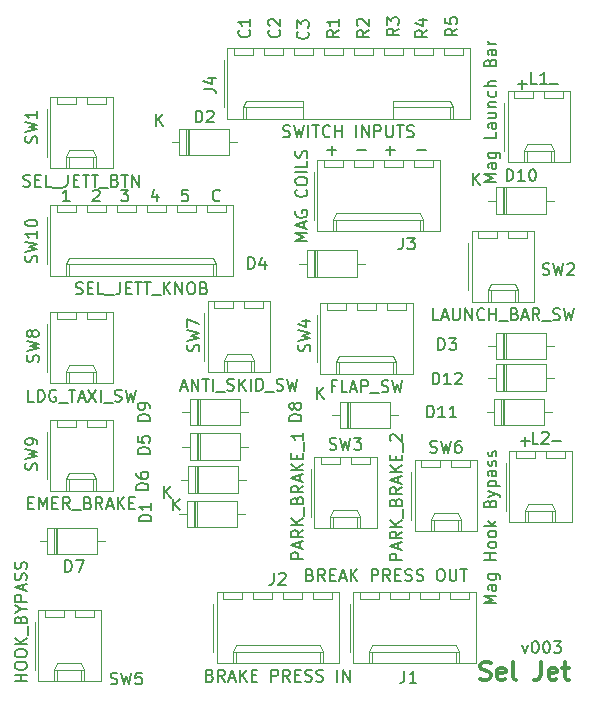
<source format=gbr>
G04 #@! TF.GenerationSoftware,KiCad,Pcbnew,(5.1.5-0-10_14)*
G04 #@! TF.CreationDate,2021-10-11T05:36:10+10:00*
G04 #@! TF.ProjectId,OH - Left Console - 32 - Selective Jettison,4f48202d-204c-4656-9674-20436f6e736f,rev?*
G04 #@! TF.SameCoordinates,Original*
G04 #@! TF.FileFunction,Legend,Top*
G04 #@! TF.FilePolarity,Positive*
%FSLAX46Y46*%
G04 Gerber Fmt 4.6, Leading zero omitted, Abs format (unit mm)*
G04 Created by KiCad (PCBNEW (5.1.5-0-10_14)) date 2021-10-11 05:36:10*
%MOMM*%
%LPD*%
G04 APERTURE LIST*
%ADD10C,0.150000*%
%ADD11C,0.300000*%
%ADD12C,0.120000*%
G04 APERTURE END LIST*
D10*
X110220333Y-118657714D02*
X110458428Y-119324380D01*
X110696523Y-118657714D01*
X111267952Y-118324380D02*
X111363190Y-118324380D01*
X111458428Y-118372000D01*
X111506047Y-118419619D01*
X111553666Y-118514857D01*
X111601285Y-118705333D01*
X111601285Y-118943428D01*
X111553666Y-119133904D01*
X111506047Y-119229142D01*
X111458428Y-119276761D01*
X111363190Y-119324380D01*
X111267952Y-119324380D01*
X111172714Y-119276761D01*
X111125095Y-119229142D01*
X111077476Y-119133904D01*
X111029857Y-118943428D01*
X111029857Y-118705333D01*
X111077476Y-118514857D01*
X111125095Y-118419619D01*
X111172714Y-118372000D01*
X111267952Y-118324380D01*
X112220333Y-118324380D02*
X112315571Y-118324380D01*
X112410809Y-118372000D01*
X112458428Y-118419619D01*
X112506047Y-118514857D01*
X112553666Y-118705333D01*
X112553666Y-118943428D01*
X112506047Y-119133904D01*
X112458428Y-119229142D01*
X112410809Y-119276761D01*
X112315571Y-119324380D01*
X112220333Y-119324380D01*
X112125095Y-119276761D01*
X112077476Y-119229142D01*
X112029857Y-119133904D01*
X111982238Y-118943428D01*
X111982238Y-118705333D01*
X112029857Y-118514857D01*
X112077476Y-118419619D01*
X112125095Y-118372000D01*
X112220333Y-118324380D01*
X112887000Y-118324380D02*
X113506047Y-118324380D01*
X113172714Y-118705333D01*
X113315571Y-118705333D01*
X113410809Y-118752952D01*
X113458428Y-118800571D01*
X113506047Y-118895809D01*
X113506047Y-119133904D01*
X113458428Y-119229142D01*
X113410809Y-119276761D01*
X113315571Y-119324380D01*
X113029857Y-119324380D01*
X112934619Y-119276761D01*
X112887000Y-119229142D01*
D11*
X106684428Y-121511142D02*
X106898714Y-121582571D01*
X107255857Y-121582571D01*
X107398714Y-121511142D01*
X107470142Y-121439714D01*
X107541571Y-121296857D01*
X107541571Y-121154000D01*
X107470142Y-121011142D01*
X107398714Y-120939714D01*
X107255857Y-120868285D01*
X106970142Y-120796857D01*
X106827285Y-120725428D01*
X106755857Y-120654000D01*
X106684428Y-120511142D01*
X106684428Y-120368285D01*
X106755857Y-120225428D01*
X106827285Y-120154000D01*
X106970142Y-120082571D01*
X107327285Y-120082571D01*
X107541571Y-120154000D01*
X108755857Y-121511142D02*
X108613000Y-121582571D01*
X108327285Y-121582571D01*
X108184428Y-121511142D01*
X108113000Y-121368285D01*
X108113000Y-120796857D01*
X108184428Y-120654000D01*
X108327285Y-120582571D01*
X108613000Y-120582571D01*
X108755857Y-120654000D01*
X108827285Y-120796857D01*
X108827285Y-120939714D01*
X108113000Y-121082571D01*
X109684428Y-121582571D02*
X109541571Y-121511142D01*
X109470142Y-121368285D01*
X109470142Y-120082571D01*
X111827285Y-120082571D02*
X111827285Y-121154000D01*
X111755857Y-121368285D01*
X111613000Y-121511142D01*
X111398714Y-121582571D01*
X111255857Y-121582571D01*
X113113000Y-121511142D02*
X112970142Y-121582571D01*
X112684428Y-121582571D01*
X112541571Y-121511142D01*
X112470142Y-121368285D01*
X112470142Y-120796857D01*
X112541571Y-120654000D01*
X112684428Y-120582571D01*
X112970142Y-120582571D01*
X113113000Y-120654000D01*
X113184428Y-120796857D01*
X113184428Y-120939714D01*
X112470142Y-121082571D01*
X113613000Y-120582571D02*
X114184428Y-120582571D01*
X113827285Y-120082571D02*
X113827285Y-121368285D01*
X113898714Y-121511142D01*
X114041571Y-121582571D01*
X114184428Y-121582571D01*
D10*
X112776047Y-101417428D02*
X113537952Y-101417428D01*
X110109047Y-101417428D02*
X110870952Y-101417428D01*
X110490000Y-101798380D02*
X110490000Y-101036476D01*
X109855047Y-71191428D02*
X110616952Y-71191428D01*
X110236000Y-71572380D02*
X110236000Y-70810476D01*
X112522047Y-71191428D02*
X113283952Y-71191428D01*
X101346047Y-76779428D02*
X102107952Y-76779428D01*
X98679047Y-76779428D02*
X99440952Y-76779428D01*
X99060000Y-77160380D02*
X99060000Y-76398476D01*
X96266047Y-76779428D02*
X97027952Y-76779428D01*
X93726047Y-76779428D02*
X94487952Y-76779428D01*
X94107000Y-77160380D02*
X94107000Y-76398476D01*
X81899095Y-80097380D02*
X81422904Y-80097380D01*
X81375285Y-80573571D01*
X81422904Y-80525952D01*
X81518142Y-80478333D01*
X81756238Y-80478333D01*
X81851476Y-80525952D01*
X81899095Y-80573571D01*
X81946714Y-80668809D01*
X81946714Y-80906904D01*
X81899095Y-81002142D01*
X81851476Y-81049761D01*
X81756238Y-81097380D01*
X81518142Y-81097380D01*
X81422904Y-81049761D01*
X81375285Y-81002142D01*
X79311476Y-80430714D02*
X79311476Y-81097380D01*
X79073380Y-80049761D02*
X78835285Y-80764047D01*
X79454333Y-80764047D01*
X76247666Y-80097380D02*
X76866714Y-80097380D01*
X76533380Y-80478333D01*
X76676238Y-80478333D01*
X76771476Y-80525952D01*
X76819095Y-80573571D01*
X76866714Y-80668809D01*
X76866714Y-80906904D01*
X76819095Y-81002142D01*
X76771476Y-81049761D01*
X76676238Y-81097380D01*
X76390523Y-81097380D01*
X76295285Y-81049761D01*
X76247666Y-81002142D01*
X73882285Y-80192619D02*
X73929904Y-80145000D01*
X74025142Y-80097380D01*
X74263238Y-80097380D01*
X74358476Y-80145000D01*
X74406095Y-80192619D01*
X74453714Y-80287857D01*
X74453714Y-80383095D01*
X74406095Y-80525952D01*
X73834666Y-81097380D01*
X74453714Y-81097380D01*
X71913714Y-81097380D02*
X71342285Y-81097380D01*
X71628000Y-81097380D02*
X71628000Y-80097380D01*
X71532761Y-80240238D01*
X71437523Y-80335476D01*
X71342285Y-80383095D01*
X84637523Y-81002142D02*
X84589904Y-81049761D01*
X84447047Y-81097380D01*
X84351809Y-81097380D01*
X84208952Y-81049761D01*
X84113714Y-80954523D01*
X84066095Y-80859285D01*
X84018476Y-80668809D01*
X84018476Y-80525952D01*
X84066095Y-80335476D01*
X84113714Y-80240238D01*
X84208952Y-80145000D01*
X84351809Y-80097380D01*
X84447047Y-80097380D01*
X84589904Y-80145000D01*
X84637523Y-80192619D01*
X104719380Y-66460666D02*
X104243190Y-66794000D01*
X104719380Y-67032095D02*
X103719380Y-67032095D01*
X103719380Y-66651142D01*
X103767000Y-66555904D01*
X103814619Y-66508285D01*
X103909857Y-66460666D01*
X104052714Y-66460666D01*
X104147952Y-66508285D01*
X104195571Y-66555904D01*
X104243190Y-66651142D01*
X104243190Y-67032095D01*
X103719380Y-65555904D02*
X103719380Y-66032095D01*
X104195571Y-66079714D01*
X104147952Y-66032095D01*
X104100333Y-65936857D01*
X104100333Y-65698761D01*
X104147952Y-65603523D01*
X104195571Y-65555904D01*
X104290809Y-65508285D01*
X104528904Y-65508285D01*
X104624142Y-65555904D01*
X104671761Y-65603523D01*
X104719380Y-65698761D01*
X104719380Y-65936857D01*
X104671761Y-66032095D01*
X104624142Y-66079714D01*
X102179380Y-66587666D02*
X101703190Y-66921000D01*
X102179380Y-67159095D02*
X101179380Y-67159095D01*
X101179380Y-66778142D01*
X101227000Y-66682904D01*
X101274619Y-66635285D01*
X101369857Y-66587666D01*
X101512714Y-66587666D01*
X101607952Y-66635285D01*
X101655571Y-66682904D01*
X101703190Y-66778142D01*
X101703190Y-67159095D01*
X101512714Y-65730523D02*
X102179380Y-65730523D01*
X101131761Y-65968619D02*
X101846047Y-66206714D01*
X101846047Y-65587666D01*
X99766380Y-66460666D02*
X99290190Y-66794000D01*
X99766380Y-67032095D02*
X98766380Y-67032095D01*
X98766380Y-66651142D01*
X98814000Y-66555904D01*
X98861619Y-66508285D01*
X98956857Y-66460666D01*
X99099714Y-66460666D01*
X99194952Y-66508285D01*
X99242571Y-66555904D01*
X99290190Y-66651142D01*
X99290190Y-67032095D01*
X98766380Y-66127333D02*
X98766380Y-65508285D01*
X99147333Y-65841619D01*
X99147333Y-65698761D01*
X99194952Y-65603523D01*
X99242571Y-65555904D01*
X99337809Y-65508285D01*
X99575904Y-65508285D01*
X99671142Y-65555904D01*
X99718761Y-65603523D01*
X99766380Y-65698761D01*
X99766380Y-65984476D01*
X99718761Y-66079714D01*
X99671142Y-66127333D01*
X97226380Y-66587666D02*
X96750190Y-66921000D01*
X97226380Y-67159095D02*
X96226380Y-67159095D01*
X96226380Y-66778142D01*
X96274000Y-66682904D01*
X96321619Y-66635285D01*
X96416857Y-66587666D01*
X96559714Y-66587666D01*
X96654952Y-66635285D01*
X96702571Y-66682904D01*
X96750190Y-66778142D01*
X96750190Y-67159095D01*
X96321619Y-66206714D02*
X96274000Y-66159095D01*
X96226380Y-66063857D01*
X96226380Y-65825761D01*
X96274000Y-65730523D01*
X96321619Y-65682904D01*
X96416857Y-65635285D01*
X96512095Y-65635285D01*
X96654952Y-65682904D01*
X97226380Y-66254333D01*
X97226380Y-65635285D01*
X94686380Y-66587666D02*
X94210190Y-66921000D01*
X94686380Y-67159095D02*
X93686380Y-67159095D01*
X93686380Y-66778142D01*
X93734000Y-66682904D01*
X93781619Y-66635285D01*
X93876857Y-66587666D01*
X94019714Y-66587666D01*
X94114952Y-66635285D01*
X94162571Y-66682904D01*
X94210190Y-66778142D01*
X94210190Y-67159095D01*
X94686380Y-65635285D02*
X94686380Y-66206714D01*
X94686380Y-65921000D02*
X93686380Y-65921000D01*
X93829238Y-66016238D01*
X93924476Y-66111476D01*
X93972095Y-66206714D01*
X92051142Y-66714666D02*
X92098761Y-66762285D01*
X92146380Y-66905142D01*
X92146380Y-67000380D01*
X92098761Y-67143238D01*
X92003523Y-67238476D01*
X91908285Y-67286095D01*
X91717809Y-67333714D01*
X91574952Y-67333714D01*
X91384476Y-67286095D01*
X91289238Y-67238476D01*
X91194000Y-67143238D01*
X91146380Y-67000380D01*
X91146380Y-66905142D01*
X91194000Y-66762285D01*
X91241619Y-66714666D01*
X91146380Y-66381333D02*
X91146380Y-65762285D01*
X91527333Y-66095619D01*
X91527333Y-65952761D01*
X91574952Y-65857523D01*
X91622571Y-65809904D01*
X91717809Y-65762285D01*
X91955904Y-65762285D01*
X92051142Y-65809904D01*
X92098761Y-65857523D01*
X92146380Y-65952761D01*
X92146380Y-66238476D01*
X92098761Y-66333714D01*
X92051142Y-66381333D01*
X89638142Y-66587666D02*
X89685761Y-66635285D01*
X89733380Y-66778142D01*
X89733380Y-66873380D01*
X89685761Y-67016238D01*
X89590523Y-67111476D01*
X89495285Y-67159095D01*
X89304809Y-67206714D01*
X89161952Y-67206714D01*
X88971476Y-67159095D01*
X88876238Y-67111476D01*
X88781000Y-67016238D01*
X88733380Y-66873380D01*
X88733380Y-66778142D01*
X88781000Y-66635285D01*
X88828619Y-66587666D01*
X88828619Y-66206714D02*
X88781000Y-66159095D01*
X88733380Y-66063857D01*
X88733380Y-65825761D01*
X88781000Y-65730523D01*
X88828619Y-65682904D01*
X88923857Y-65635285D01*
X89019095Y-65635285D01*
X89161952Y-65682904D01*
X89733380Y-66254333D01*
X89733380Y-65635285D01*
X87098142Y-66587666D02*
X87145761Y-66635285D01*
X87193380Y-66778142D01*
X87193380Y-66873380D01*
X87145761Y-67016238D01*
X87050523Y-67111476D01*
X86955285Y-67159095D01*
X86764809Y-67206714D01*
X86621952Y-67206714D01*
X86431476Y-67159095D01*
X86336238Y-67111476D01*
X86241000Y-67016238D01*
X86193380Y-66873380D01*
X86193380Y-66778142D01*
X86241000Y-66635285D01*
X86288619Y-66587666D01*
X87193380Y-65635285D02*
X87193380Y-66206714D01*
X87193380Y-65921000D02*
X86193380Y-65921000D01*
X86336238Y-66016238D01*
X86431476Y-66111476D01*
X86479095Y-66206714D01*
D12*
X105829000Y-103615000D02*
X105829000Y-103015000D01*
X104229000Y-103615000D02*
X105829000Y-103615000D01*
X104229000Y-103015000D02*
X104229000Y-103615000D01*
X103289000Y-103615000D02*
X103289000Y-103015000D01*
X101689000Y-103615000D02*
X103289000Y-103615000D01*
X101689000Y-103015000D02*
X101689000Y-103615000D01*
X104779000Y-109035000D02*
X104779000Y-108035000D01*
X102739000Y-109035000D02*
X102739000Y-108035000D01*
X104779000Y-107505000D02*
X105029000Y-108035000D01*
X102739000Y-107505000D02*
X104779000Y-107505000D01*
X102489000Y-108035000D02*
X102739000Y-107505000D01*
X105029000Y-108035000D02*
X105029000Y-109035000D01*
X102489000Y-108035000D02*
X105029000Y-108035000D01*
X102489000Y-109035000D02*
X102489000Y-108035000D01*
X100819000Y-104045000D02*
X100819000Y-108045000D01*
X106409000Y-103015000D02*
X101109000Y-103015000D01*
X106409000Y-109035000D02*
X106409000Y-103015000D01*
X101109000Y-109035000D02*
X106409000Y-109035000D01*
X101109000Y-103015000D02*
X101109000Y-109035000D01*
X73952000Y-116315000D02*
X73952000Y-115715000D01*
X72352000Y-116315000D02*
X73952000Y-116315000D01*
X72352000Y-115715000D02*
X72352000Y-116315000D01*
X71412000Y-116315000D02*
X71412000Y-115715000D01*
X69812000Y-116315000D02*
X71412000Y-116315000D01*
X69812000Y-115715000D02*
X69812000Y-116315000D01*
X72902000Y-121735000D02*
X72902000Y-120735000D01*
X70862000Y-121735000D02*
X70862000Y-120735000D01*
X72902000Y-120205000D02*
X73152000Y-120735000D01*
X70862000Y-120205000D02*
X72902000Y-120205000D01*
X70612000Y-120735000D02*
X70862000Y-120205000D01*
X73152000Y-120735000D02*
X73152000Y-121735000D01*
X70612000Y-120735000D02*
X73152000Y-120735000D01*
X70612000Y-121735000D02*
X70612000Y-120735000D01*
X68942000Y-116745000D02*
X68942000Y-120745000D01*
X74532000Y-115715000D02*
X69232000Y-115715000D01*
X74532000Y-121735000D02*
X74532000Y-115715000D01*
X69232000Y-121735000D02*
X74532000Y-121735000D01*
X69232000Y-115715000D02*
X69232000Y-121735000D01*
X97320000Y-103361000D02*
X97320000Y-102761000D01*
X95720000Y-103361000D02*
X97320000Y-103361000D01*
X95720000Y-102761000D02*
X95720000Y-103361000D01*
X94780000Y-103361000D02*
X94780000Y-102761000D01*
X93180000Y-103361000D02*
X94780000Y-103361000D01*
X93180000Y-102761000D02*
X93180000Y-103361000D01*
X96270000Y-108781000D02*
X96270000Y-107781000D01*
X94230000Y-108781000D02*
X94230000Y-107781000D01*
X96270000Y-107251000D02*
X96520000Y-107781000D01*
X94230000Y-107251000D02*
X96270000Y-107251000D01*
X93980000Y-107781000D02*
X94230000Y-107251000D01*
X96520000Y-107781000D02*
X96520000Y-108781000D01*
X93980000Y-107781000D02*
X96520000Y-107781000D01*
X93980000Y-108781000D02*
X93980000Y-107781000D01*
X92310000Y-103791000D02*
X92310000Y-107791000D01*
X97900000Y-102761000D02*
X92600000Y-102761000D01*
X97900000Y-108781000D02*
X97900000Y-102761000D01*
X92600000Y-108781000D02*
X97900000Y-108781000D01*
X92600000Y-102761000D02*
X92600000Y-108781000D01*
X110655000Y-84184000D02*
X110655000Y-83584000D01*
X109055000Y-84184000D02*
X110655000Y-84184000D01*
X109055000Y-83584000D02*
X109055000Y-84184000D01*
X108115000Y-84184000D02*
X108115000Y-83584000D01*
X106515000Y-84184000D02*
X108115000Y-84184000D01*
X106515000Y-83584000D02*
X106515000Y-84184000D01*
X109605000Y-89604000D02*
X109605000Y-88604000D01*
X107565000Y-89604000D02*
X107565000Y-88604000D01*
X109605000Y-88074000D02*
X109855000Y-88604000D01*
X107565000Y-88074000D02*
X109605000Y-88074000D01*
X107315000Y-88604000D02*
X107565000Y-88074000D01*
X109855000Y-88604000D02*
X109855000Y-89604000D01*
X107315000Y-88604000D02*
X109855000Y-88604000D01*
X107315000Y-89604000D02*
X107315000Y-88604000D01*
X105645000Y-84614000D02*
X105645000Y-88614000D01*
X111235000Y-83584000D02*
X105935000Y-83584000D01*
X111235000Y-89604000D02*
X111235000Y-83584000D01*
X105935000Y-89604000D02*
X111235000Y-89604000D01*
X105935000Y-83584000D02*
X105935000Y-89604000D01*
X95381000Y-98067000D02*
X95381000Y-100307000D01*
X95621000Y-98067000D02*
X95621000Y-100307000D01*
X95501000Y-98067000D02*
X95501000Y-100307000D01*
X99671000Y-99187000D02*
X99021000Y-99187000D01*
X94131000Y-99187000D02*
X94781000Y-99187000D01*
X99021000Y-98067000D02*
X94781000Y-98067000D01*
X99021000Y-100307000D02*
X99021000Y-98067000D01*
X94781000Y-100307000D02*
X99021000Y-100307000D01*
X94781000Y-98067000D02*
X94781000Y-100307000D01*
X82427000Y-106449000D02*
X82427000Y-108689000D01*
X82667000Y-106449000D02*
X82667000Y-108689000D01*
X82547000Y-106449000D02*
X82547000Y-108689000D01*
X86717000Y-107569000D02*
X86067000Y-107569000D01*
X81177000Y-107569000D02*
X81827000Y-107569000D01*
X86067000Y-106449000D02*
X81827000Y-106449000D01*
X86067000Y-108689000D02*
X86067000Y-106449000D01*
X81827000Y-108689000D02*
X86067000Y-108689000D01*
X81827000Y-106449000D02*
X81827000Y-108689000D01*
X85128000Y-81982700D02*
X85128000Y-81382700D01*
X83528000Y-81982700D02*
X85128000Y-81982700D01*
X83528000Y-81382700D02*
X83528000Y-81982700D01*
X82588000Y-81982700D02*
X82588000Y-81382700D01*
X80988000Y-81982700D02*
X82588000Y-81982700D01*
X80988000Y-81382700D02*
X80988000Y-81982700D01*
X80048000Y-81982700D02*
X80048000Y-81382700D01*
X78448000Y-81982700D02*
X80048000Y-81982700D01*
X78448000Y-81382700D02*
X78448000Y-81982700D01*
X77508000Y-81982700D02*
X77508000Y-81382700D01*
X75908000Y-81982700D02*
X77508000Y-81982700D01*
X75908000Y-81382700D02*
X75908000Y-81982700D01*
X74968000Y-81982700D02*
X74968000Y-81382700D01*
X73368000Y-81982700D02*
X74968000Y-81982700D01*
X73368000Y-81382700D02*
X73368000Y-81982700D01*
X72428000Y-81982700D02*
X72428000Y-81382700D01*
X70828000Y-81982700D02*
X72428000Y-81982700D01*
X70828000Y-81382700D02*
X70828000Y-81982700D01*
X84078000Y-87402700D02*
X84078000Y-86402700D01*
X71878000Y-87402700D02*
X71878000Y-86402700D01*
X84078000Y-85872700D02*
X84328000Y-86402700D01*
X71878000Y-85872700D02*
X84078000Y-85872700D01*
X71628000Y-86402700D02*
X71878000Y-85872700D01*
X84328000Y-86402700D02*
X84328000Y-87402700D01*
X71628000Y-86402700D02*
X84328000Y-86402700D01*
X71628000Y-87402700D02*
X71628000Y-86402700D01*
X69958000Y-82412700D02*
X69958000Y-86412700D01*
X85708000Y-81382700D02*
X70248000Y-81382700D01*
X85708000Y-87402700D02*
X85708000Y-81382700D01*
X70248000Y-87402700D02*
X85708000Y-87402700D01*
X70248000Y-81382700D02*
X70248000Y-87402700D01*
X74968000Y-100186000D02*
X74968000Y-99586000D01*
X73368000Y-100186000D02*
X74968000Y-100186000D01*
X73368000Y-99586000D02*
X73368000Y-100186000D01*
X72428000Y-100186000D02*
X72428000Y-99586000D01*
X70828000Y-100186000D02*
X72428000Y-100186000D01*
X70828000Y-99586000D02*
X70828000Y-100186000D01*
X73918000Y-105606000D02*
X73918000Y-104606000D01*
X71878000Y-105606000D02*
X71878000Y-104606000D01*
X73918000Y-104076000D02*
X74168000Y-104606000D01*
X71878000Y-104076000D02*
X73918000Y-104076000D01*
X71628000Y-104606000D02*
X71878000Y-104076000D01*
X74168000Y-104606000D02*
X74168000Y-105606000D01*
X71628000Y-104606000D02*
X74168000Y-104606000D01*
X71628000Y-105606000D02*
X71628000Y-104606000D01*
X69958000Y-100616000D02*
X69958000Y-104616000D01*
X75548000Y-99586000D02*
X70248000Y-99586000D01*
X75548000Y-105606000D02*
X75548000Y-99586000D01*
X70248000Y-105606000D02*
X75548000Y-105606000D01*
X70248000Y-99586000D02*
X70248000Y-105606000D01*
X74968000Y-91084300D02*
X74968000Y-90484300D01*
X73368000Y-91084300D02*
X74968000Y-91084300D01*
X73368000Y-90484300D02*
X73368000Y-91084300D01*
X72428000Y-91084300D02*
X72428000Y-90484300D01*
X70828000Y-91084300D02*
X72428000Y-91084300D01*
X70828000Y-90484300D02*
X70828000Y-91084300D01*
X73918000Y-96504300D02*
X73918000Y-95504300D01*
X71878000Y-96504300D02*
X71878000Y-95504300D01*
X73918000Y-94974300D02*
X74168000Y-95504300D01*
X71878000Y-94974300D02*
X73918000Y-94974300D01*
X71628000Y-95504300D02*
X71878000Y-94974300D01*
X74168000Y-95504300D02*
X74168000Y-96504300D01*
X71628000Y-95504300D02*
X74168000Y-95504300D01*
X71628000Y-96504300D02*
X71628000Y-95504300D01*
X69958000Y-91514300D02*
X69958000Y-95514300D01*
X75548000Y-90484300D02*
X70248000Y-90484300D01*
X75548000Y-96504300D02*
X75548000Y-90484300D01*
X70248000Y-96504300D02*
X75548000Y-96504300D01*
X70248000Y-90484300D02*
X70248000Y-96504300D01*
X88303000Y-90153000D02*
X88303000Y-89553000D01*
X86703000Y-90153000D02*
X88303000Y-90153000D01*
X86703000Y-89553000D02*
X86703000Y-90153000D01*
X85763000Y-90153000D02*
X85763000Y-89553000D01*
X84163000Y-90153000D02*
X85763000Y-90153000D01*
X84163000Y-89553000D02*
X84163000Y-90153000D01*
X87253000Y-95573000D02*
X87253000Y-94573000D01*
X85213000Y-95573000D02*
X85213000Y-94573000D01*
X87253000Y-94043000D02*
X87503000Y-94573000D01*
X85213000Y-94043000D02*
X87253000Y-94043000D01*
X84963000Y-94573000D02*
X85213000Y-94043000D01*
X87503000Y-94573000D02*
X87503000Y-95573000D01*
X84963000Y-94573000D02*
X87503000Y-94573000D01*
X84963000Y-95573000D02*
X84963000Y-94573000D01*
X83293000Y-90583000D02*
X83293000Y-94583000D01*
X88883000Y-89553000D02*
X83583000Y-89553000D01*
X88883000Y-95573000D02*
X88883000Y-89553000D01*
X83583000Y-95573000D02*
X88883000Y-95573000D01*
X83583000Y-89553000D02*
X83583000Y-95573000D01*
X100368000Y-90280000D02*
X100368000Y-89680000D01*
X98768000Y-90280000D02*
X100368000Y-90280000D01*
X98768000Y-89680000D02*
X98768000Y-90280000D01*
X97828000Y-90280000D02*
X97828000Y-89680000D01*
X96228000Y-90280000D02*
X97828000Y-90280000D01*
X96228000Y-89680000D02*
X96228000Y-90280000D01*
X95288000Y-90280000D02*
X95288000Y-89680000D01*
X93688000Y-90280000D02*
X95288000Y-90280000D01*
X93688000Y-89680000D02*
X93688000Y-90280000D01*
X99318000Y-95700000D02*
X99318000Y-94700000D01*
X94738000Y-95700000D02*
X94738000Y-94700000D01*
X99318000Y-94170000D02*
X99568000Y-94700000D01*
X94738000Y-94170000D02*
X99318000Y-94170000D01*
X94488000Y-94700000D02*
X94738000Y-94170000D01*
X99568000Y-94700000D02*
X99568000Y-95700000D01*
X94488000Y-94700000D02*
X99568000Y-94700000D01*
X94488000Y-95700000D02*
X94488000Y-94700000D01*
X92818000Y-90710000D02*
X92818000Y-94710000D01*
X100948000Y-89680000D02*
X93108000Y-89680000D01*
X100948000Y-95700000D02*
X100948000Y-89680000D01*
X93108000Y-95700000D02*
X100948000Y-95700000D01*
X93108000Y-89680000D02*
X93108000Y-95700000D01*
X74968000Y-72881000D02*
X74968000Y-72281000D01*
X73368000Y-72881000D02*
X74968000Y-72881000D01*
X73368000Y-72281000D02*
X73368000Y-72881000D01*
X72428000Y-72881000D02*
X72428000Y-72281000D01*
X70828000Y-72881000D02*
X72428000Y-72881000D01*
X70828000Y-72281000D02*
X70828000Y-72881000D01*
X73918000Y-78301000D02*
X73918000Y-77301000D01*
X71878000Y-78301000D02*
X71878000Y-77301000D01*
X73918000Y-76771000D02*
X74168000Y-77301000D01*
X71878000Y-76771000D02*
X73918000Y-76771000D01*
X71628000Y-77301000D02*
X71878000Y-76771000D01*
X74168000Y-77301000D02*
X74168000Y-78301000D01*
X71628000Y-77301000D02*
X74168000Y-77301000D01*
X71628000Y-78301000D02*
X71628000Y-77301000D01*
X69958000Y-73311000D02*
X69958000Y-77311000D01*
X75548000Y-72281000D02*
X70248000Y-72281000D01*
X75548000Y-78301000D02*
X75548000Y-72281000D01*
X70248000Y-78301000D02*
X75548000Y-78301000D01*
X70248000Y-72281000D02*
X70248000Y-78301000D01*
X113830000Y-102853000D02*
X113830000Y-102253000D01*
X112230000Y-102853000D02*
X113830000Y-102853000D01*
X112230000Y-102253000D02*
X112230000Y-102853000D01*
X111290000Y-102853000D02*
X111290000Y-102253000D01*
X109690000Y-102853000D02*
X111290000Y-102853000D01*
X109690000Y-102253000D02*
X109690000Y-102853000D01*
X112780000Y-108273000D02*
X112780000Y-107273000D01*
X110740000Y-108273000D02*
X110740000Y-107273000D01*
X112780000Y-106743000D02*
X113030000Y-107273000D01*
X110740000Y-106743000D02*
X112780000Y-106743000D01*
X110490000Y-107273000D02*
X110740000Y-106743000D01*
X113030000Y-107273000D02*
X113030000Y-108273000D01*
X110490000Y-107273000D02*
X113030000Y-107273000D01*
X110490000Y-108273000D02*
X110490000Y-107273000D01*
X108820000Y-103283000D02*
X108820000Y-107283000D01*
X114410000Y-102253000D02*
X109110000Y-102253000D01*
X114410000Y-108273000D02*
X114410000Y-102253000D01*
X109110000Y-108273000D02*
X114410000Y-108273000D01*
X109110000Y-102253000D02*
X109110000Y-108273000D01*
X113703000Y-72373000D02*
X113703000Y-71773000D01*
X112103000Y-72373000D02*
X113703000Y-72373000D01*
X112103000Y-71773000D02*
X112103000Y-72373000D01*
X111163000Y-72373000D02*
X111163000Y-71773000D01*
X109563000Y-72373000D02*
X111163000Y-72373000D01*
X109563000Y-71773000D02*
X109563000Y-72373000D01*
X112653000Y-77793000D02*
X112653000Y-76793000D01*
X110613000Y-77793000D02*
X110613000Y-76793000D01*
X112653000Y-76263000D02*
X112903000Y-76793000D01*
X110613000Y-76263000D02*
X112653000Y-76263000D01*
X110363000Y-76793000D02*
X110613000Y-76263000D01*
X112903000Y-76793000D02*
X112903000Y-77793000D01*
X110363000Y-76793000D02*
X112903000Y-76793000D01*
X110363000Y-77793000D02*
X110363000Y-76793000D01*
X108693000Y-72803000D02*
X108693000Y-76803000D01*
X114283000Y-71773000D02*
X108983000Y-71773000D01*
X114283000Y-77793000D02*
X114283000Y-71773000D01*
X108983000Y-77793000D02*
X114283000Y-77793000D01*
X108983000Y-71773000D02*
X108983000Y-77793000D01*
X105194000Y-68690000D02*
X105194000Y-68090000D01*
X103594000Y-68690000D02*
X105194000Y-68690000D01*
X103594000Y-68090000D02*
X103594000Y-68690000D01*
X102654000Y-68690000D02*
X102654000Y-68090000D01*
X101054000Y-68690000D02*
X102654000Y-68690000D01*
X101054000Y-68090000D02*
X101054000Y-68690000D01*
X100114000Y-68690000D02*
X100114000Y-68090000D01*
X98514000Y-68690000D02*
X100114000Y-68690000D01*
X98514000Y-68090000D02*
X98514000Y-68690000D01*
X97574000Y-68690000D02*
X97574000Y-68090000D01*
X95974000Y-68690000D02*
X97574000Y-68690000D01*
X95974000Y-68090000D02*
X95974000Y-68690000D01*
X95034000Y-68690000D02*
X95034000Y-68090000D01*
X93434000Y-68690000D02*
X95034000Y-68690000D01*
X93434000Y-68090000D02*
X93434000Y-68690000D01*
X92494000Y-68690000D02*
X92494000Y-68090000D01*
X90894000Y-68690000D02*
X92494000Y-68690000D01*
X90894000Y-68090000D02*
X90894000Y-68690000D01*
X89954000Y-68690000D02*
X89954000Y-68090000D01*
X88354000Y-68690000D02*
X89954000Y-68690000D01*
X88354000Y-68090000D02*
X88354000Y-68690000D01*
X87414000Y-68690000D02*
X87414000Y-68090000D01*
X85814000Y-68690000D02*
X87414000Y-68690000D01*
X85814000Y-68090000D02*
X85814000Y-68690000D01*
X104144000Y-74110000D02*
X104144000Y-73110000D01*
X99314000Y-72580000D02*
X99314000Y-73110000D01*
X104144000Y-72580000D02*
X99314000Y-72580000D01*
X104394000Y-73110000D02*
X104144000Y-72580000D01*
X99314000Y-73110000D02*
X99314000Y-74110000D01*
X104394000Y-73110000D02*
X99314000Y-73110000D01*
X104394000Y-74110000D02*
X104394000Y-73110000D01*
X86864000Y-74110000D02*
X86864000Y-73110000D01*
X91694000Y-72580000D02*
X91694000Y-73110000D01*
X86864000Y-72580000D02*
X91694000Y-72580000D01*
X86614000Y-73110000D02*
X86864000Y-72580000D01*
X91694000Y-73110000D02*
X91694000Y-74110000D01*
X86614000Y-73110000D02*
X91694000Y-73110000D01*
X86614000Y-74110000D02*
X86614000Y-73110000D01*
X84944000Y-69120000D02*
X84944000Y-73120000D01*
X105774000Y-68090000D02*
X85234000Y-68090000D01*
X105774000Y-74110000D02*
X105774000Y-68090000D01*
X85234000Y-74110000D02*
X105774000Y-74110000D01*
X85234000Y-68090000D02*
X85234000Y-74110000D01*
X102654000Y-78215000D02*
X102654000Y-77615000D01*
X101054000Y-78215000D02*
X102654000Y-78215000D01*
X101054000Y-77615000D02*
X101054000Y-78215000D01*
X100114000Y-78215000D02*
X100114000Y-77615000D01*
X98514000Y-78215000D02*
X100114000Y-78215000D01*
X98514000Y-77615000D02*
X98514000Y-78215000D01*
X97574000Y-78215000D02*
X97574000Y-77615000D01*
X95974000Y-78215000D02*
X97574000Y-78215000D01*
X95974000Y-77615000D02*
X95974000Y-78215000D01*
X95034000Y-78215000D02*
X95034000Y-77615000D01*
X93434000Y-78215000D02*
X95034000Y-78215000D01*
X93434000Y-77615000D02*
X93434000Y-78215000D01*
X101604000Y-83635000D02*
X101604000Y-82635000D01*
X94484000Y-83635000D02*
X94484000Y-82635000D01*
X101604000Y-82105000D02*
X101854000Y-82635000D01*
X94484000Y-82105000D02*
X101604000Y-82105000D01*
X94234000Y-82635000D02*
X94484000Y-82105000D01*
X101854000Y-82635000D02*
X101854000Y-83635000D01*
X94234000Y-82635000D02*
X101854000Y-82635000D01*
X94234000Y-83635000D02*
X94234000Y-82635000D01*
X92564000Y-78645000D02*
X92564000Y-82645000D01*
X103234000Y-77615000D02*
X92854000Y-77615000D01*
X103234000Y-83635000D02*
X103234000Y-77615000D01*
X92854000Y-83635000D02*
X103234000Y-83635000D01*
X92854000Y-77615000D02*
X92854000Y-83635000D01*
X94145000Y-114791000D02*
X94145000Y-114191000D01*
X92545000Y-114791000D02*
X94145000Y-114791000D01*
X92545000Y-114191000D02*
X92545000Y-114791000D01*
X91605000Y-114791000D02*
X91605000Y-114191000D01*
X90005000Y-114791000D02*
X91605000Y-114791000D01*
X90005000Y-114191000D02*
X90005000Y-114791000D01*
X89065000Y-114791000D02*
X89065000Y-114191000D01*
X87465000Y-114791000D02*
X89065000Y-114791000D01*
X87465000Y-114191000D02*
X87465000Y-114791000D01*
X86525000Y-114791000D02*
X86525000Y-114191000D01*
X84925000Y-114791000D02*
X86525000Y-114791000D01*
X84925000Y-114191000D02*
X84925000Y-114791000D01*
X93095000Y-120211000D02*
X93095000Y-119211000D01*
X85975000Y-120211000D02*
X85975000Y-119211000D01*
X93095000Y-118681000D02*
X93345000Y-119211000D01*
X85975000Y-118681000D02*
X93095000Y-118681000D01*
X85725000Y-119211000D02*
X85975000Y-118681000D01*
X93345000Y-119211000D02*
X93345000Y-120211000D01*
X85725000Y-119211000D02*
X93345000Y-119211000D01*
X85725000Y-120211000D02*
X85725000Y-119211000D01*
X84055000Y-115221000D02*
X84055000Y-119221000D01*
X94725000Y-114191000D02*
X84345000Y-114191000D01*
X94725000Y-120211000D02*
X94725000Y-114191000D01*
X84345000Y-120211000D02*
X94725000Y-120211000D01*
X84345000Y-114191000D02*
X84345000Y-120211000D01*
X105702000Y-114791000D02*
X105702000Y-114191000D01*
X104102000Y-114791000D02*
X105702000Y-114791000D01*
X104102000Y-114191000D02*
X104102000Y-114791000D01*
X103162000Y-114791000D02*
X103162000Y-114191000D01*
X101562000Y-114791000D02*
X103162000Y-114791000D01*
X101562000Y-114191000D02*
X101562000Y-114791000D01*
X100622000Y-114791000D02*
X100622000Y-114191000D01*
X99022000Y-114791000D02*
X100622000Y-114791000D01*
X99022000Y-114191000D02*
X99022000Y-114791000D01*
X98082000Y-114791000D02*
X98082000Y-114191000D01*
X96482000Y-114791000D02*
X98082000Y-114791000D01*
X96482000Y-114191000D02*
X96482000Y-114791000D01*
X104652000Y-120211000D02*
X104652000Y-119211000D01*
X97532000Y-120211000D02*
X97532000Y-119211000D01*
X104652000Y-118681000D02*
X104902000Y-119211000D01*
X97532000Y-118681000D02*
X104652000Y-118681000D01*
X97282000Y-119211000D02*
X97532000Y-118681000D01*
X104902000Y-119211000D02*
X104902000Y-120211000D01*
X97282000Y-119211000D02*
X104902000Y-119211000D01*
X97282000Y-120211000D02*
X97282000Y-119211000D01*
X95612000Y-115221000D02*
X95612000Y-119221000D01*
X106282000Y-114191000D02*
X95902000Y-114191000D01*
X106282000Y-120211000D02*
X106282000Y-114191000D01*
X95902000Y-120211000D02*
X106282000Y-120211000D01*
X95902000Y-114191000D02*
X95902000Y-120211000D01*
X108462000Y-97813000D02*
X108462000Y-100053000D01*
X108702000Y-97813000D02*
X108702000Y-100053000D01*
X108582000Y-97813000D02*
X108582000Y-100053000D01*
X112752000Y-98933000D02*
X112102000Y-98933000D01*
X107212000Y-98933000D02*
X107862000Y-98933000D01*
X112102000Y-97813000D02*
X107862000Y-97813000D01*
X112102000Y-100053000D02*
X112102000Y-97813000D01*
X107862000Y-100053000D02*
X112102000Y-100053000D01*
X107862000Y-97813000D02*
X107862000Y-100053000D01*
X108589000Y-79906000D02*
X108589000Y-82146000D01*
X108829000Y-79906000D02*
X108829000Y-82146000D01*
X108709000Y-79906000D02*
X108709000Y-82146000D01*
X112879000Y-81026000D02*
X112229000Y-81026000D01*
X107339000Y-81026000D02*
X107989000Y-81026000D01*
X112229000Y-79906000D02*
X107989000Y-79906000D01*
X112229000Y-82146000D02*
X112229000Y-79906000D01*
X107989000Y-82146000D02*
X112229000Y-82146000D01*
X107989000Y-79906000D02*
X107989000Y-82146000D01*
X108589000Y-94892000D02*
X108589000Y-97132000D01*
X108829000Y-94892000D02*
X108829000Y-97132000D01*
X108709000Y-94892000D02*
X108709000Y-97132000D01*
X112879000Y-96012000D02*
X112229000Y-96012000D01*
X107339000Y-96012000D02*
X107989000Y-96012000D01*
X112229000Y-94892000D02*
X107989000Y-94892000D01*
X112229000Y-97132000D02*
X112229000Y-94892000D01*
X107989000Y-97132000D02*
X112229000Y-97132000D01*
X107989000Y-94892000D02*
X107989000Y-97132000D01*
X82681000Y-97813000D02*
X82681000Y-100053000D01*
X82921000Y-97813000D02*
X82921000Y-100053000D01*
X82801000Y-97813000D02*
X82801000Y-100053000D01*
X86971000Y-98933000D02*
X86321000Y-98933000D01*
X81431000Y-98933000D02*
X82081000Y-98933000D01*
X86321000Y-97813000D02*
X82081000Y-97813000D01*
X86321000Y-100053000D02*
X86321000Y-97813000D01*
X82081000Y-100053000D02*
X86321000Y-100053000D01*
X82081000Y-97813000D02*
X82081000Y-100053000D01*
X70616000Y-108735000D02*
X70616000Y-110975000D01*
X70856000Y-108735000D02*
X70856000Y-110975000D01*
X70736000Y-108735000D02*
X70736000Y-110975000D01*
X74906000Y-109855000D02*
X74256000Y-109855000D01*
X69366000Y-109855000D02*
X70016000Y-109855000D01*
X74256000Y-108735000D02*
X70016000Y-108735000D01*
X74256000Y-110975000D02*
X74256000Y-108735000D01*
X70016000Y-110975000D02*
X74256000Y-110975000D01*
X70016000Y-108735000D02*
X70016000Y-110975000D01*
X82554000Y-103528000D02*
X82554000Y-105768000D01*
X82794000Y-103528000D02*
X82794000Y-105768000D01*
X82674000Y-103528000D02*
X82674000Y-105768000D01*
X86844000Y-104648000D02*
X86194000Y-104648000D01*
X81304000Y-104648000D02*
X81954000Y-104648000D01*
X86194000Y-103528000D02*
X81954000Y-103528000D01*
X86194000Y-105768000D02*
X86194000Y-103528000D01*
X81954000Y-105768000D02*
X86194000Y-105768000D01*
X81954000Y-103528000D02*
X81954000Y-105768000D01*
X82681000Y-100734000D02*
X82681000Y-102974000D01*
X82921000Y-100734000D02*
X82921000Y-102974000D01*
X82801000Y-100734000D02*
X82801000Y-102974000D01*
X86971000Y-101854000D02*
X86321000Y-101854000D01*
X81431000Y-101854000D02*
X82081000Y-101854000D01*
X86321000Y-100734000D02*
X82081000Y-100734000D01*
X86321000Y-102974000D02*
X86321000Y-100734000D01*
X82081000Y-102974000D02*
X86321000Y-102974000D01*
X82081000Y-100734000D02*
X82081000Y-102974000D01*
X92587000Y-85240000D02*
X92587000Y-87480000D01*
X92827000Y-85240000D02*
X92827000Y-87480000D01*
X92707000Y-85240000D02*
X92707000Y-87480000D01*
X96877000Y-86360000D02*
X96227000Y-86360000D01*
X91337000Y-86360000D02*
X91987000Y-86360000D01*
X96227000Y-85240000D02*
X91987000Y-85240000D01*
X96227000Y-87480000D02*
X96227000Y-85240000D01*
X91987000Y-87480000D02*
X96227000Y-87480000D01*
X91987000Y-85240000D02*
X91987000Y-87480000D01*
X108589000Y-92225000D02*
X108589000Y-94465000D01*
X108829000Y-92225000D02*
X108829000Y-94465000D01*
X108709000Y-92225000D02*
X108709000Y-94465000D01*
X112879000Y-93345000D02*
X112229000Y-93345000D01*
X107339000Y-93345000D02*
X107989000Y-93345000D01*
X112229000Y-92225000D02*
X107989000Y-92225000D01*
X112229000Y-94465000D02*
X112229000Y-92225000D01*
X107989000Y-94465000D02*
X112229000Y-94465000D01*
X107989000Y-92225000D02*
X107989000Y-94465000D01*
X81792000Y-74953000D02*
X81792000Y-77193000D01*
X82032000Y-74953000D02*
X82032000Y-77193000D01*
X81912000Y-74953000D02*
X81912000Y-77193000D01*
X86082000Y-76073000D02*
X85432000Y-76073000D01*
X80542000Y-76073000D02*
X81192000Y-76073000D01*
X85432000Y-74953000D02*
X81192000Y-74953000D01*
X85432000Y-77193000D02*
X85432000Y-74953000D01*
X81192000Y-77193000D02*
X85432000Y-77193000D01*
X81192000Y-74953000D02*
X81192000Y-77193000D01*
D10*
X102425666Y-102329761D02*
X102568523Y-102377380D01*
X102806619Y-102377380D01*
X102901857Y-102329761D01*
X102949476Y-102282142D01*
X102997095Y-102186904D01*
X102997095Y-102091666D01*
X102949476Y-101996428D01*
X102901857Y-101948809D01*
X102806619Y-101901190D01*
X102616142Y-101853571D01*
X102520904Y-101805952D01*
X102473285Y-101758333D01*
X102425666Y-101663095D01*
X102425666Y-101567857D01*
X102473285Y-101472619D01*
X102520904Y-101425000D01*
X102616142Y-101377380D01*
X102854238Y-101377380D01*
X102997095Y-101425000D01*
X103330428Y-101377380D02*
X103568523Y-102377380D01*
X103759000Y-101663095D01*
X103949476Y-102377380D01*
X104187571Y-101377380D01*
X104997095Y-101377380D02*
X104806619Y-101377380D01*
X104711380Y-101425000D01*
X104663761Y-101472619D01*
X104568523Y-101615476D01*
X104520904Y-101805952D01*
X104520904Y-102186904D01*
X104568523Y-102282142D01*
X104616142Y-102329761D01*
X104711380Y-102377380D01*
X104901857Y-102377380D01*
X104997095Y-102329761D01*
X105044714Y-102282142D01*
X105092333Y-102186904D01*
X105092333Y-101948809D01*
X105044714Y-101853571D01*
X104997095Y-101805952D01*
X104901857Y-101758333D01*
X104711380Y-101758333D01*
X104616142Y-101805952D01*
X104568523Y-101853571D01*
X104520904Y-101948809D01*
X100020380Y-111481523D02*
X99020380Y-111481523D01*
X99020380Y-111100571D01*
X99068000Y-111005333D01*
X99115619Y-110957714D01*
X99210857Y-110910095D01*
X99353714Y-110910095D01*
X99448952Y-110957714D01*
X99496571Y-111005333D01*
X99544190Y-111100571D01*
X99544190Y-111481523D01*
X99734666Y-110529142D02*
X99734666Y-110052952D01*
X100020380Y-110624380D02*
X99020380Y-110291047D01*
X100020380Y-109957714D01*
X100020380Y-109052952D02*
X99544190Y-109386285D01*
X100020380Y-109624380D02*
X99020380Y-109624380D01*
X99020380Y-109243428D01*
X99068000Y-109148190D01*
X99115619Y-109100571D01*
X99210857Y-109052952D01*
X99353714Y-109052952D01*
X99448952Y-109100571D01*
X99496571Y-109148190D01*
X99544190Y-109243428D01*
X99544190Y-109624380D01*
X100020380Y-108624380D02*
X99020380Y-108624380D01*
X100020380Y-108052952D02*
X99448952Y-108481523D01*
X99020380Y-108052952D02*
X99591809Y-108624380D01*
X100115619Y-107862476D02*
X100115619Y-107100571D01*
X99496571Y-106529142D02*
X99544190Y-106386285D01*
X99591809Y-106338666D01*
X99687047Y-106291047D01*
X99829904Y-106291047D01*
X99925142Y-106338666D01*
X99972761Y-106386285D01*
X100020380Y-106481523D01*
X100020380Y-106862476D01*
X99020380Y-106862476D01*
X99020380Y-106529142D01*
X99068000Y-106433904D01*
X99115619Y-106386285D01*
X99210857Y-106338666D01*
X99306095Y-106338666D01*
X99401333Y-106386285D01*
X99448952Y-106433904D01*
X99496571Y-106529142D01*
X99496571Y-106862476D01*
X100020380Y-105291047D02*
X99544190Y-105624380D01*
X100020380Y-105862476D02*
X99020380Y-105862476D01*
X99020380Y-105481523D01*
X99068000Y-105386285D01*
X99115619Y-105338666D01*
X99210857Y-105291047D01*
X99353714Y-105291047D01*
X99448952Y-105338666D01*
X99496571Y-105386285D01*
X99544190Y-105481523D01*
X99544190Y-105862476D01*
X99734666Y-104910095D02*
X99734666Y-104433904D01*
X100020380Y-105005333D02*
X99020380Y-104672000D01*
X100020380Y-104338666D01*
X100020380Y-104005333D02*
X99020380Y-104005333D01*
X100020380Y-103433904D02*
X99448952Y-103862476D01*
X99020380Y-103433904D02*
X99591809Y-104005333D01*
X99496571Y-103005333D02*
X99496571Y-102672000D01*
X100020380Y-102529142D02*
X100020380Y-103005333D01*
X99020380Y-103005333D01*
X99020380Y-102529142D01*
X100115619Y-102338666D02*
X100115619Y-101576761D01*
X99115619Y-101386285D02*
X99068000Y-101338666D01*
X99020380Y-101243428D01*
X99020380Y-101005333D01*
X99068000Y-100910095D01*
X99115619Y-100862476D01*
X99210857Y-100814857D01*
X99306095Y-100814857D01*
X99448952Y-100862476D01*
X100020380Y-101433904D01*
X100020380Y-100814857D01*
X75374666Y-121943761D02*
X75517523Y-121991380D01*
X75755619Y-121991380D01*
X75850857Y-121943761D01*
X75898476Y-121896142D01*
X75946095Y-121800904D01*
X75946095Y-121705666D01*
X75898476Y-121610428D01*
X75850857Y-121562809D01*
X75755619Y-121515190D01*
X75565142Y-121467571D01*
X75469904Y-121419952D01*
X75422285Y-121372333D01*
X75374666Y-121277095D01*
X75374666Y-121181857D01*
X75422285Y-121086619D01*
X75469904Y-121039000D01*
X75565142Y-120991380D01*
X75803238Y-120991380D01*
X75946095Y-121039000D01*
X76279428Y-120991380D02*
X76517523Y-121991380D01*
X76708000Y-121277095D01*
X76898476Y-121991380D01*
X77136571Y-120991380D01*
X77993714Y-120991380D02*
X77517523Y-120991380D01*
X77469904Y-121467571D01*
X77517523Y-121419952D01*
X77612761Y-121372333D01*
X77850857Y-121372333D01*
X77946095Y-121419952D01*
X77993714Y-121467571D01*
X78041333Y-121562809D01*
X78041333Y-121800904D01*
X77993714Y-121896142D01*
X77946095Y-121943761D01*
X77850857Y-121991380D01*
X77612761Y-121991380D01*
X77517523Y-121943761D01*
X77469904Y-121896142D01*
X68270380Y-121736809D02*
X67270380Y-121736809D01*
X67746571Y-121736809D02*
X67746571Y-121165380D01*
X68270380Y-121165380D02*
X67270380Y-121165380D01*
X67270380Y-120498714D02*
X67270380Y-120308238D01*
X67318000Y-120213000D01*
X67413238Y-120117761D01*
X67603714Y-120070142D01*
X67937047Y-120070142D01*
X68127523Y-120117761D01*
X68222761Y-120213000D01*
X68270380Y-120308238D01*
X68270380Y-120498714D01*
X68222761Y-120593952D01*
X68127523Y-120689190D01*
X67937047Y-120736809D01*
X67603714Y-120736809D01*
X67413238Y-120689190D01*
X67318000Y-120593952D01*
X67270380Y-120498714D01*
X67270380Y-119451095D02*
X67270380Y-119260619D01*
X67318000Y-119165380D01*
X67413238Y-119070142D01*
X67603714Y-119022523D01*
X67937047Y-119022523D01*
X68127523Y-119070142D01*
X68222761Y-119165380D01*
X68270380Y-119260619D01*
X68270380Y-119451095D01*
X68222761Y-119546333D01*
X68127523Y-119641571D01*
X67937047Y-119689190D01*
X67603714Y-119689190D01*
X67413238Y-119641571D01*
X67318000Y-119546333D01*
X67270380Y-119451095D01*
X68270380Y-118593952D02*
X67270380Y-118593952D01*
X68270380Y-118022523D02*
X67698952Y-118451095D01*
X67270380Y-118022523D02*
X67841809Y-118593952D01*
X68365619Y-117832047D02*
X68365619Y-117070142D01*
X67746571Y-116498714D02*
X67794190Y-116355857D01*
X67841809Y-116308238D01*
X67937047Y-116260619D01*
X68079904Y-116260619D01*
X68175142Y-116308238D01*
X68222761Y-116355857D01*
X68270380Y-116451095D01*
X68270380Y-116832047D01*
X67270380Y-116832047D01*
X67270380Y-116498714D01*
X67318000Y-116403476D01*
X67365619Y-116355857D01*
X67460857Y-116308238D01*
X67556095Y-116308238D01*
X67651333Y-116355857D01*
X67698952Y-116403476D01*
X67746571Y-116498714D01*
X67746571Y-116832047D01*
X67794190Y-115641571D02*
X68270380Y-115641571D01*
X67270380Y-115974904D02*
X67794190Y-115641571D01*
X67270380Y-115308238D01*
X68270380Y-114974904D02*
X67270380Y-114974904D01*
X67270380Y-114593952D01*
X67318000Y-114498714D01*
X67365619Y-114451095D01*
X67460857Y-114403476D01*
X67603714Y-114403476D01*
X67698952Y-114451095D01*
X67746571Y-114498714D01*
X67794190Y-114593952D01*
X67794190Y-114974904D01*
X67984666Y-114022523D02*
X67984666Y-113546333D01*
X68270380Y-114117761D02*
X67270380Y-113784428D01*
X68270380Y-113451095D01*
X68222761Y-113165380D02*
X68270380Y-113022523D01*
X68270380Y-112784428D01*
X68222761Y-112689190D01*
X68175142Y-112641571D01*
X68079904Y-112593952D01*
X67984666Y-112593952D01*
X67889428Y-112641571D01*
X67841809Y-112689190D01*
X67794190Y-112784428D01*
X67746571Y-112974904D01*
X67698952Y-113070142D01*
X67651333Y-113117761D01*
X67556095Y-113165380D01*
X67460857Y-113165380D01*
X67365619Y-113117761D01*
X67318000Y-113070142D01*
X67270380Y-112974904D01*
X67270380Y-112736809D01*
X67318000Y-112593952D01*
X68222761Y-112213000D02*
X68270380Y-112070142D01*
X68270380Y-111832047D01*
X68222761Y-111736809D01*
X68175142Y-111689190D01*
X68079904Y-111641571D01*
X67984666Y-111641571D01*
X67889428Y-111689190D01*
X67841809Y-111736809D01*
X67794190Y-111832047D01*
X67746571Y-112022523D01*
X67698952Y-112117761D01*
X67651333Y-112165380D01*
X67556095Y-112213000D01*
X67460857Y-112213000D01*
X67365619Y-112165380D01*
X67318000Y-112117761D01*
X67270380Y-112022523D01*
X67270380Y-111784428D01*
X67318000Y-111641571D01*
X93916666Y-102075761D02*
X94059523Y-102123380D01*
X94297619Y-102123380D01*
X94392857Y-102075761D01*
X94440476Y-102028142D01*
X94488095Y-101932904D01*
X94488095Y-101837666D01*
X94440476Y-101742428D01*
X94392857Y-101694809D01*
X94297619Y-101647190D01*
X94107142Y-101599571D01*
X94011904Y-101551952D01*
X93964285Y-101504333D01*
X93916666Y-101409095D01*
X93916666Y-101313857D01*
X93964285Y-101218619D01*
X94011904Y-101171000D01*
X94107142Y-101123380D01*
X94345238Y-101123380D01*
X94488095Y-101171000D01*
X94821428Y-101123380D02*
X95059523Y-102123380D01*
X95250000Y-101409095D01*
X95440476Y-102123380D01*
X95678571Y-101123380D01*
X95964285Y-101123380D02*
X96583333Y-101123380D01*
X96250000Y-101504333D01*
X96392857Y-101504333D01*
X96488095Y-101551952D01*
X96535714Y-101599571D01*
X96583333Y-101694809D01*
X96583333Y-101932904D01*
X96535714Y-102028142D01*
X96488095Y-102075761D01*
X96392857Y-102123380D01*
X96107142Y-102123380D01*
X96011904Y-102075761D01*
X95964285Y-102028142D01*
X91680380Y-111355523D02*
X90680380Y-111355523D01*
X90680380Y-110974571D01*
X90728000Y-110879333D01*
X90775619Y-110831714D01*
X90870857Y-110784095D01*
X91013714Y-110784095D01*
X91108952Y-110831714D01*
X91156571Y-110879333D01*
X91204190Y-110974571D01*
X91204190Y-111355523D01*
X91394666Y-110403142D02*
X91394666Y-109926952D01*
X91680380Y-110498380D02*
X90680380Y-110165047D01*
X91680380Y-109831714D01*
X91680380Y-108926952D02*
X91204190Y-109260285D01*
X91680380Y-109498380D02*
X90680380Y-109498380D01*
X90680380Y-109117428D01*
X90728000Y-109022190D01*
X90775619Y-108974571D01*
X90870857Y-108926952D01*
X91013714Y-108926952D01*
X91108952Y-108974571D01*
X91156571Y-109022190D01*
X91204190Y-109117428D01*
X91204190Y-109498380D01*
X91680380Y-108498380D02*
X90680380Y-108498380D01*
X91680380Y-107926952D02*
X91108952Y-108355523D01*
X90680380Y-107926952D02*
X91251809Y-108498380D01*
X91775619Y-107736476D02*
X91775619Y-106974571D01*
X91156571Y-106403142D02*
X91204190Y-106260285D01*
X91251809Y-106212666D01*
X91347047Y-106165047D01*
X91489904Y-106165047D01*
X91585142Y-106212666D01*
X91632761Y-106260285D01*
X91680380Y-106355523D01*
X91680380Y-106736476D01*
X90680380Y-106736476D01*
X90680380Y-106403142D01*
X90728000Y-106307904D01*
X90775619Y-106260285D01*
X90870857Y-106212666D01*
X90966095Y-106212666D01*
X91061333Y-106260285D01*
X91108952Y-106307904D01*
X91156571Y-106403142D01*
X91156571Y-106736476D01*
X91680380Y-105165047D02*
X91204190Y-105498380D01*
X91680380Y-105736476D02*
X90680380Y-105736476D01*
X90680380Y-105355523D01*
X90728000Y-105260285D01*
X90775619Y-105212666D01*
X90870857Y-105165047D01*
X91013714Y-105165047D01*
X91108952Y-105212666D01*
X91156571Y-105260285D01*
X91204190Y-105355523D01*
X91204190Y-105736476D01*
X91394666Y-104784095D02*
X91394666Y-104307904D01*
X91680380Y-104879333D02*
X90680380Y-104546000D01*
X91680380Y-104212666D01*
X91680380Y-103879333D02*
X90680380Y-103879333D01*
X91680380Y-103307904D02*
X91108952Y-103736476D01*
X90680380Y-103307904D02*
X91251809Y-103879333D01*
X91156571Y-102879333D02*
X91156571Y-102546000D01*
X91680380Y-102403142D02*
X91680380Y-102879333D01*
X90680380Y-102879333D01*
X90680380Y-102403142D01*
X91775619Y-102212666D02*
X91775619Y-101450761D01*
X91680380Y-100688857D02*
X91680380Y-101260285D01*
X91680380Y-100974571D02*
X90680380Y-100974571D01*
X90823238Y-101069809D01*
X90918476Y-101165047D01*
X90966095Y-101260285D01*
X111950666Y-87272761D02*
X112093523Y-87320380D01*
X112331619Y-87320380D01*
X112426857Y-87272761D01*
X112474476Y-87225142D01*
X112522095Y-87129904D01*
X112522095Y-87034666D01*
X112474476Y-86939428D01*
X112426857Y-86891809D01*
X112331619Y-86844190D01*
X112141142Y-86796571D01*
X112045904Y-86748952D01*
X111998285Y-86701333D01*
X111950666Y-86606095D01*
X111950666Y-86510857D01*
X111998285Y-86415619D01*
X112045904Y-86368000D01*
X112141142Y-86320380D01*
X112379238Y-86320380D01*
X112522095Y-86368000D01*
X112855428Y-86320380D02*
X113093523Y-87320380D01*
X113284000Y-86606095D01*
X113474476Y-87320380D01*
X113712571Y-86320380D01*
X114045904Y-86415619D02*
X114093523Y-86368000D01*
X114188761Y-86320380D01*
X114426857Y-86320380D01*
X114522095Y-86368000D01*
X114569714Y-86415619D01*
X114617333Y-86510857D01*
X114617333Y-86606095D01*
X114569714Y-86748952D01*
X113998285Y-87320380D01*
X114617333Y-87320380D01*
X103156428Y-91146380D02*
X102680238Y-91146380D01*
X102680238Y-90146380D01*
X103442142Y-90860666D02*
X103918333Y-90860666D01*
X103346904Y-91146380D02*
X103680238Y-90146380D01*
X104013571Y-91146380D01*
X104346904Y-90146380D02*
X104346904Y-90955904D01*
X104394523Y-91051142D01*
X104442142Y-91098761D01*
X104537380Y-91146380D01*
X104727857Y-91146380D01*
X104823095Y-91098761D01*
X104870714Y-91051142D01*
X104918333Y-90955904D01*
X104918333Y-90146380D01*
X105394523Y-91146380D02*
X105394523Y-90146380D01*
X105965952Y-91146380D01*
X105965952Y-90146380D01*
X107013571Y-91051142D02*
X106965952Y-91098761D01*
X106823095Y-91146380D01*
X106727857Y-91146380D01*
X106585000Y-91098761D01*
X106489761Y-91003523D01*
X106442142Y-90908285D01*
X106394523Y-90717809D01*
X106394523Y-90574952D01*
X106442142Y-90384476D01*
X106489761Y-90289238D01*
X106585000Y-90194000D01*
X106727857Y-90146380D01*
X106823095Y-90146380D01*
X106965952Y-90194000D01*
X107013571Y-90241619D01*
X107442142Y-91146380D02*
X107442142Y-90146380D01*
X107442142Y-90622571D02*
X108013571Y-90622571D01*
X108013571Y-91146380D02*
X108013571Y-90146380D01*
X108251666Y-91241619D02*
X109013571Y-91241619D01*
X109585000Y-90622571D02*
X109727857Y-90670190D01*
X109775476Y-90717809D01*
X109823095Y-90813047D01*
X109823095Y-90955904D01*
X109775476Y-91051142D01*
X109727857Y-91098761D01*
X109632619Y-91146380D01*
X109251666Y-91146380D01*
X109251666Y-90146380D01*
X109585000Y-90146380D01*
X109680238Y-90194000D01*
X109727857Y-90241619D01*
X109775476Y-90336857D01*
X109775476Y-90432095D01*
X109727857Y-90527333D01*
X109680238Y-90574952D01*
X109585000Y-90622571D01*
X109251666Y-90622571D01*
X110204047Y-90860666D02*
X110680238Y-90860666D01*
X110108809Y-91146380D02*
X110442142Y-90146380D01*
X110775476Y-91146380D01*
X111680238Y-91146380D02*
X111346904Y-90670190D01*
X111108809Y-91146380D02*
X111108809Y-90146380D01*
X111489761Y-90146380D01*
X111585000Y-90194000D01*
X111632619Y-90241619D01*
X111680238Y-90336857D01*
X111680238Y-90479714D01*
X111632619Y-90574952D01*
X111585000Y-90622571D01*
X111489761Y-90670190D01*
X111108809Y-90670190D01*
X111870714Y-91241619D02*
X112632619Y-91241619D01*
X112823095Y-91098761D02*
X112965952Y-91146380D01*
X113204047Y-91146380D01*
X113299285Y-91098761D01*
X113346904Y-91051142D01*
X113394523Y-90955904D01*
X113394523Y-90860666D01*
X113346904Y-90765428D01*
X113299285Y-90717809D01*
X113204047Y-90670190D01*
X113013571Y-90622571D01*
X112918333Y-90574952D01*
X112870714Y-90527333D01*
X112823095Y-90432095D01*
X112823095Y-90336857D01*
X112870714Y-90241619D01*
X112918333Y-90194000D01*
X113013571Y-90146380D01*
X113251666Y-90146380D01*
X113394523Y-90194000D01*
X113727857Y-90146380D02*
X113965952Y-91146380D01*
X114156428Y-90432095D01*
X114346904Y-91146380D01*
X114584999Y-90146380D01*
X91511380Y-99671095D02*
X90511380Y-99671095D01*
X90511380Y-99433000D01*
X90559000Y-99290142D01*
X90654238Y-99194904D01*
X90749476Y-99147285D01*
X90939952Y-99099666D01*
X91082809Y-99099666D01*
X91273285Y-99147285D01*
X91368523Y-99194904D01*
X91463761Y-99290142D01*
X91511380Y-99433000D01*
X91511380Y-99671095D01*
X90939952Y-98528238D02*
X90892333Y-98623476D01*
X90844714Y-98671095D01*
X90749476Y-98718714D01*
X90701857Y-98718714D01*
X90606619Y-98671095D01*
X90559000Y-98623476D01*
X90511380Y-98528238D01*
X90511380Y-98337761D01*
X90559000Y-98242523D01*
X90606619Y-98194904D01*
X90701857Y-98147285D01*
X90749476Y-98147285D01*
X90844714Y-98194904D01*
X90892333Y-98242523D01*
X90939952Y-98337761D01*
X90939952Y-98528238D01*
X90987571Y-98623476D01*
X91035190Y-98671095D01*
X91130428Y-98718714D01*
X91320904Y-98718714D01*
X91416142Y-98671095D01*
X91463761Y-98623476D01*
X91511380Y-98528238D01*
X91511380Y-98337761D01*
X91463761Y-98242523D01*
X91416142Y-98194904D01*
X91320904Y-98147285D01*
X91130428Y-98147285D01*
X91035190Y-98194904D01*
X90987571Y-98242523D01*
X90939952Y-98337761D01*
X92829095Y-97839380D02*
X92829095Y-96839380D01*
X93400523Y-97839380D02*
X92971952Y-97267952D01*
X93400523Y-96839380D02*
X92829095Y-97410809D01*
X78811380Y-108180095D02*
X77811380Y-108180095D01*
X77811380Y-107942000D01*
X77859000Y-107799142D01*
X77954238Y-107703904D01*
X78049476Y-107656285D01*
X78239952Y-107608666D01*
X78382809Y-107608666D01*
X78573285Y-107656285D01*
X78668523Y-107703904D01*
X78763761Y-107799142D01*
X78811380Y-107942000D01*
X78811380Y-108180095D01*
X78811380Y-106656285D02*
X78811380Y-107227714D01*
X78811380Y-106942000D02*
X77811380Y-106942000D01*
X77954238Y-107037238D01*
X78049476Y-107132476D01*
X78097095Y-107227714D01*
X79875095Y-106221380D02*
X79875095Y-105221380D01*
X80446523Y-106221380D02*
X80017952Y-105649952D01*
X80446523Y-105221380D02*
X79875095Y-105792809D01*
X69111761Y-86264557D02*
X69159380Y-86121700D01*
X69159380Y-85883605D01*
X69111761Y-85788367D01*
X69064142Y-85740748D01*
X68968904Y-85693129D01*
X68873666Y-85693129D01*
X68778428Y-85740748D01*
X68730809Y-85788367D01*
X68683190Y-85883605D01*
X68635571Y-86074081D01*
X68587952Y-86169319D01*
X68540333Y-86216938D01*
X68445095Y-86264557D01*
X68349857Y-86264557D01*
X68254619Y-86216938D01*
X68207000Y-86169319D01*
X68159380Y-86074081D01*
X68159380Y-85835986D01*
X68207000Y-85693129D01*
X68159380Y-85359795D02*
X69159380Y-85121700D01*
X68445095Y-84931224D01*
X69159380Y-84740748D01*
X68159380Y-84502653D01*
X69159380Y-83597891D02*
X69159380Y-84169319D01*
X69159380Y-83883605D02*
X68159380Y-83883605D01*
X68302238Y-83978843D01*
X68397476Y-84074081D01*
X68445095Y-84169319D01*
X68159380Y-82978843D02*
X68159380Y-82883605D01*
X68207000Y-82788367D01*
X68254619Y-82740748D01*
X68349857Y-82693129D01*
X68540333Y-82645510D01*
X68778428Y-82645510D01*
X68968904Y-82693129D01*
X69064142Y-82740748D01*
X69111761Y-82788367D01*
X69159380Y-82883605D01*
X69159380Y-82978843D01*
X69111761Y-83074081D01*
X69064142Y-83121700D01*
X68968904Y-83169319D01*
X68778428Y-83216938D01*
X68540333Y-83216938D01*
X68349857Y-83169319D01*
X68254619Y-83121700D01*
X68207000Y-83074081D01*
X68159380Y-82978843D01*
X72430380Y-88897461D02*
X72573238Y-88945080D01*
X72811333Y-88945080D01*
X72906571Y-88897461D01*
X72954190Y-88849842D01*
X73001809Y-88754604D01*
X73001809Y-88659366D01*
X72954190Y-88564128D01*
X72906571Y-88516509D01*
X72811333Y-88468890D01*
X72620857Y-88421271D01*
X72525619Y-88373652D01*
X72478000Y-88326033D01*
X72430380Y-88230795D01*
X72430380Y-88135557D01*
X72478000Y-88040319D01*
X72525619Y-87992700D01*
X72620857Y-87945080D01*
X72858952Y-87945080D01*
X73001809Y-87992700D01*
X73430380Y-88421271D02*
X73763714Y-88421271D01*
X73906571Y-88945080D02*
X73430380Y-88945080D01*
X73430380Y-87945080D01*
X73906571Y-87945080D01*
X74811333Y-88945080D02*
X74335142Y-88945080D01*
X74335142Y-87945080D01*
X74906571Y-89040319D02*
X75668476Y-89040319D01*
X76192285Y-87945080D02*
X76192285Y-88659366D01*
X76144666Y-88802223D01*
X76049428Y-88897461D01*
X75906571Y-88945080D01*
X75811333Y-88945080D01*
X76668476Y-88421271D02*
X77001809Y-88421271D01*
X77144666Y-88945080D02*
X76668476Y-88945080D01*
X76668476Y-87945080D01*
X77144666Y-87945080D01*
X77430380Y-87945080D02*
X78001809Y-87945080D01*
X77716095Y-88945080D02*
X77716095Y-87945080D01*
X78192285Y-87945080D02*
X78763714Y-87945080D01*
X78478000Y-88945080D02*
X78478000Y-87945080D01*
X78858952Y-89040319D02*
X79620857Y-89040319D01*
X79858952Y-88945080D02*
X79858952Y-87945080D01*
X80430380Y-88945080D02*
X80001809Y-88373652D01*
X80430380Y-87945080D02*
X79858952Y-88516509D01*
X80858952Y-88945080D02*
X80858952Y-87945080D01*
X81430380Y-88945080D01*
X81430380Y-87945080D01*
X82097047Y-87945080D02*
X82287523Y-87945080D01*
X82382761Y-87992700D01*
X82478000Y-88087938D01*
X82525619Y-88278414D01*
X82525619Y-88611747D01*
X82478000Y-88802223D01*
X82382761Y-88897461D01*
X82287523Y-88945080D01*
X82097047Y-88945080D01*
X82001809Y-88897461D01*
X81906571Y-88802223D01*
X81858952Y-88611747D01*
X81858952Y-88278414D01*
X81906571Y-88087938D01*
X82001809Y-87992700D01*
X82097047Y-87945080D01*
X83287523Y-88421271D02*
X83430380Y-88468890D01*
X83478000Y-88516509D01*
X83525619Y-88611747D01*
X83525619Y-88754604D01*
X83478000Y-88849842D01*
X83430380Y-88897461D01*
X83335142Y-88945080D01*
X82954190Y-88945080D01*
X82954190Y-87945080D01*
X83287523Y-87945080D01*
X83382761Y-87992700D01*
X83430380Y-88040319D01*
X83478000Y-88135557D01*
X83478000Y-88230795D01*
X83430380Y-88326033D01*
X83382761Y-88373652D01*
X83287523Y-88421271D01*
X82954190Y-88421271D01*
X69111761Y-103822333D02*
X69159380Y-103679476D01*
X69159380Y-103441380D01*
X69111761Y-103346142D01*
X69064142Y-103298523D01*
X68968904Y-103250904D01*
X68873666Y-103250904D01*
X68778428Y-103298523D01*
X68730809Y-103346142D01*
X68683190Y-103441380D01*
X68635571Y-103631857D01*
X68587952Y-103727095D01*
X68540333Y-103774714D01*
X68445095Y-103822333D01*
X68349857Y-103822333D01*
X68254619Y-103774714D01*
X68207000Y-103727095D01*
X68159380Y-103631857D01*
X68159380Y-103393761D01*
X68207000Y-103250904D01*
X68159380Y-102917571D02*
X69159380Y-102679476D01*
X68445095Y-102489000D01*
X69159380Y-102298523D01*
X68159380Y-102060428D01*
X69159380Y-101631857D02*
X69159380Y-101441380D01*
X69111761Y-101346142D01*
X69064142Y-101298523D01*
X68921285Y-101203285D01*
X68730809Y-101155666D01*
X68349857Y-101155666D01*
X68254619Y-101203285D01*
X68207000Y-101250904D01*
X68159380Y-101346142D01*
X68159380Y-101536619D01*
X68207000Y-101631857D01*
X68254619Y-101679476D01*
X68349857Y-101727095D01*
X68587952Y-101727095D01*
X68683190Y-101679476D01*
X68730809Y-101631857D01*
X68778428Y-101536619D01*
X68778428Y-101346142D01*
X68730809Y-101250904D01*
X68683190Y-101203285D01*
X68587952Y-101155666D01*
X68398000Y-106624571D02*
X68731333Y-106624571D01*
X68874190Y-107148380D02*
X68398000Y-107148380D01*
X68398000Y-106148380D01*
X68874190Y-106148380D01*
X69302761Y-107148380D02*
X69302761Y-106148380D01*
X69636095Y-106862666D01*
X69969428Y-106148380D01*
X69969428Y-107148380D01*
X70445619Y-106624571D02*
X70778952Y-106624571D01*
X70921809Y-107148380D02*
X70445619Y-107148380D01*
X70445619Y-106148380D01*
X70921809Y-106148380D01*
X71921809Y-107148380D02*
X71588476Y-106672190D01*
X71350380Y-107148380D02*
X71350380Y-106148380D01*
X71731333Y-106148380D01*
X71826571Y-106196000D01*
X71874190Y-106243619D01*
X71921809Y-106338857D01*
X71921809Y-106481714D01*
X71874190Y-106576952D01*
X71826571Y-106624571D01*
X71731333Y-106672190D01*
X71350380Y-106672190D01*
X72112285Y-107243619D02*
X72874190Y-107243619D01*
X73445619Y-106624571D02*
X73588476Y-106672190D01*
X73636095Y-106719809D01*
X73683714Y-106815047D01*
X73683714Y-106957904D01*
X73636095Y-107053142D01*
X73588476Y-107100761D01*
X73493238Y-107148380D01*
X73112285Y-107148380D01*
X73112285Y-106148380D01*
X73445619Y-106148380D01*
X73540857Y-106196000D01*
X73588476Y-106243619D01*
X73636095Y-106338857D01*
X73636095Y-106434095D01*
X73588476Y-106529333D01*
X73540857Y-106576952D01*
X73445619Y-106624571D01*
X73112285Y-106624571D01*
X74683714Y-107148380D02*
X74350380Y-106672190D01*
X74112285Y-107148380D02*
X74112285Y-106148380D01*
X74493238Y-106148380D01*
X74588476Y-106196000D01*
X74636095Y-106243619D01*
X74683714Y-106338857D01*
X74683714Y-106481714D01*
X74636095Y-106576952D01*
X74588476Y-106624571D01*
X74493238Y-106672190D01*
X74112285Y-106672190D01*
X75064666Y-106862666D02*
X75540857Y-106862666D01*
X74969428Y-107148380D02*
X75302761Y-106148380D01*
X75636095Y-107148380D01*
X75969428Y-107148380D02*
X75969428Y-106148380D01*
X76540857Y-107148380D02*
X76112285Y-106576952D01*
X76540857Y-106148380D02*
X75969428Y-106719809D01*
X76969428Y-106624571D02*
X77302761Y-106624571D01*
X77445619Y-107148380D02*
X76969428Y-107148380D01*
X76969428Y-106148380D01*
X77445619Y-106148380D01*
X69238761Y-94678301D02*
X69286380Y-94535444D01*
X69286380Y-94297348D01*
X69238761Y-94202110D01*
X69191142Y-94154491D01*
X69095904Y-94106872D01*
X69000666Y-94106872D01*
X68905428Y-94154491D01*
X68857809Y-94202110D01*
X68810190Y-94297348D01*
X68762571Y-94487825D01*
X68714952Y-94583063D01*
X68667333Y-94630682D01*
X68572095Y-94678301D01*
X68476857Y-94678301D01*
X68381619Y-94630682D01*
X68334000Y-94583063D01*
X68286380Y-94487825D01*
X68286380Y-94249729D01*
X68334000Y-94106872D01*
X68286380Y-93773539D02*
X69286380Y-93535444D01*
X68572095Y-93344968D01*
X69286380Y-93154491D01*
X68286380Y-92916396D01*
X68714952Y-92392587D02*
X68667333Y-92487825D01*
X68619714Y-92535444D01*
X68524476Y-92583063D01*
X68476857Y-92583063D01*
X68381619Y-92535444D01*
X68334000Y-92487825D01*
X68286380Y-92392587D01*
X68286380Y-92202110D01*
X68334000Y-92106872D01*
X68381619Y-92059253D01*
X68476857Y-92011634D01*
X68524476Y-92011634D01*
X68619714Y-92059253D01*
X68667333Y-92106872D01*
X68714952Y-92202110D01*
X68714952Y-92392587D01*
X68762571Y-92487825D01*
X68810190Y-92535444D01*
X68905428Y-92583063D01*
X69095904Y-92583063D01*
X69191142Y-92535444D01*
X69238761Y-92487825D01*
X69286380Y-92392587D01*
X69286380Y-92202110D01*
X69238761Y-92106872D01*
X69191142Y-92059253D01*
X69095904Y-92011634D01*
X68905428Y-92011634D01*
X68810190Y-92059253D01*
X68762571Y-92106872D01*
X68714952Y-92202110D01*
X68874190Y-98046680D02*
X68398000Y-98046680D01*
X68398000Y-97046680D01*
X69207523Y-98046680D02*
X69207523Y-97046680D01*
X69445619Y-97046680D01*
X69588476Y-97094300D01*
X69683714Y-97189538D01*
X69731333Y-97284776D01*
X69778952Y-97475252D01*
X69778952Y-97618109D01*
X69731333Y-97808585D01*
X69683714Y-97903823D01*
X69588476Y-97999061D01*
X69445619Y-98046680D01*
X69207523Y-98046680D01*
X70731333Y-97094300D02*
X70636095Y-97046680D01*
X70493238Y-97046680D01*
X70350380Y-97094300D01*
X70255142Y-97189538D01*
X70207523Y-97284776D01*
X70159904Y-97475252D01*
X70159904Y-97618109D01*
X70207523Y-97808585D01*
X70255142Y-97903823D01*
X70350380Y-97999061D01*
X70493238Y-98046680D01*
X70588476Y-98046680D01*
X70731333Y-97999061D01*
X70778952Y-97951442D01*
X70778952Y-97618109D01*
X70588476Y-97618109D01*
X70969428Y-98141919D02*
X71731333Y-98141919D01*
X71826571Y-97046680D02*
X72398000Y-97046680D01*
X72112285Y-98046680D02*
X72112285Y-97046680D01*
X72683714Y-97760966D02*
X73159904Y-97760966D01*
X72588476Y-98046680D02*
X72921809Y-97046680D01*
X73255142Y-98046680D01*
X73493238Y-97046680D02*
X74159904Y-98046680D01*
X74159904Y-97046680D02*
X73493238Y-98046680D01*
X74540857Y-98046680D02*
X74540857Y-97046680D01*
X74778952Y-98141919D02*
X75540857Y-98141919D01*
X75731333Y-97999061D02*
X75874190Y-98046680D01*
X76112285Y-98046680D01*
X76207523Y-97999061D01*
X76255142Y-97951442D01*
X76302761Y-97856204D01*
X76302761Y-97760966D01*
X76255142Y-97665728D01*
X76207523Y-97618109D01*
X76112285Y-97570490D01*
X75921809Y-97522871D01*
X75826571Y-97475252D01*
X75778952Y-97427633D01*
X75731333Y-97332395D01*
X75731333Y-97237157D01*
X75778952Y-97141919D01*
X75826571Y-97094300D01*
X75921809Y-97046680D01*
X76159904Y-97046680D01*
X76302761Y-97094300D01*
X76636095Y-97046680D02*
X76874190Y-98046680D01*
X77064666Y-97332395D01*
X77255142Y-98046680D01*
X77493238Y-97046680D01*
X82827761Y-93789333D02*
X82875380Y-93646476D01*
X82875380Y-93408380D01*
X82827761Y-93313142D01*
X82780142Y-93265523D01*
X82684904Y-93217904D01*
X82589666Y-93217904D01*
X82494428Y-93265523D01*
X82446809Y-93313142D01*
X82399190Y-93408380D01*
X82351571Y-93598857D01*
X82303952Y-93694095D01*
X82256333Y-93741714D01*
X82161095Y-93789333D01*
X82065857Y-93789333D01*
X81970619Y-93741714D01*
X81923000Y-93694095D01*
X81875380Y-93598857D01*
X81875380Y-93360761D01*
X81923000Y-93217904D01*
X81875380Y-92884571D02*
X82875380Y-92646476D01*
X82161095Y-92456000D01*
X82875380Y-92265523D01*
X81875380Y-92027428D01*
X81875380Y-91741714D02*
X81875380Y-91075047D01*
X82875380Y-91503619D01*
X81328238Y-96829666D02*
X81804428Y-96829666D01*
X81233000Y-97115380D02*
X81566333Y-96115380D01*
X81899666Y-97115380D01*
X82233000Y-97115380D02*
X82233000Y-96115380D01*
X82804428Y-97115380D01*
X82804428Y-96115380D01*
X83137761Y-96115380D02*
X83709190Y-96115380D01*
X83423476Y-97115380D02*
X83423476Y-96115380D01*
X84042523Y-97115380D02*
X84042523Y-96115380D01*
X84280619Y-97210619D02*
X85042523Y-97210619D01*
X85233000Y-97067761D02*
X85375857Y-97115380D01*
X85613952Y-97115380D01*
X85709190Y-97067761D01*
X85756809Y-97020142D01*
X85804428Y-96924904D01*
X85804428Y-96829666D01*
X85756809Y-96734428D01*
X85709190Y-96686809D01*
X85613952Y-96639190D01*
X85423476Y-96591571D01*
X85328238Y-96543952D01*
X85280619Y-96496333D01*
X85233000Y-96401095D01*
X85233000Y-96305857D01*
X85280619Y-96210619D01*
X85328238Y-96163000D01*
X85423476Y-96115380D01*
X85661571Y-96115380D01*
X85804428Y-96163000D01*
X86233000Y-97115380D02*
X86233000Y-96115380D01*
X86804428Y-97115380D02*
X86375857Y-96543952D01*
X86804428Y-96115380D02*
X86233000Y-96686809D01*
X87233000Y-97115380D02*
X87233000Y-96115380D01*
X87709190Y-97115380D02*
X87709190Y-96115380D01*
X87947285Y-96115380D01*
X88090142Y-96163000D01*
X88185380Y-96258238D01*
X88233000Y-96353476D01*
X88280619Y-96543952D01*
X88280619Y-96686809D01*
X88233000Y-96877285D01*
X88185380Y-96972523D01*
X88090142Y-97067761D01*
X87947285Y-97115380D01*
X87709190Y-97115380D01*
X88471095Y-97210619D02*
X89233000Y-97210619D01*
X89423476Y-97067761D02*
X89566333Y-97115380D01*
X89804428Y-97115380D01*
X89899666Y-97067761D01*
X89947285Y-97020142D01*
X89994904Y-96924904D01*
X89994904Y-96829666D01*
X89947285Y-96734428D01*
X89899666Y-96686809D01*
X89804428Y-96639190D01*
X89613952Y-96591571D01*
X89518714Y-96543952D01*
X89471095Y-96496333D01*
X89423476Y-96401095D01*
X89423476Y-96305857D01*
X89471095Y-96210619D01*
X89518714Y-96163000D01*
X89613952Y-96115380D01*
X89852047Y-96115380D01*
X89994904Y-96163000D01*
X90328238Y-96115380D02*
X90566333Y-97115380D01*
X90756809Y-96401095D01*
X90947285Y-97115380D01*
X91185380Y-96115380D01*
X92225761Y-93789333D02*
X92273380Y-93646476D01*
X92273380Y-93408380D01*
X92225761Y-93313142D01*
X92178142Y-93265523D01*
X92082904Y-93217904D01*
X91987666Y-93217904D01*
X91892428Y-93265523D01*
X91844809Y-93313142D01*
X91797190Y-93408380D01*
X91749571Y-93598857D01*
X91701952Y-93694095D01*
X91654333Y-93741714D01*
X91559095Y-93789333D01*
X91463857Y-93789333D01*
X91368619Y-93741714D01*
X91321000Y-93694095D01*
X91273380Y-93598857D01*
X91273380Y-93360761D01*
X91321000Y-93217904D01*
X91273380Y-92884571D02*
X92273380Y-92646476D01*
X91559095Y-92456000D01*
X92273380Y-92265523D01*
X91273380Y-92027428D01*
X91606714Y-91217904D02*
X92273380Y-91217904D01*
X91225761Y-91456000D02*
X91940047Y-91694095D01*
X91940047Y-91075047D01*
X94408952Y-96718571D02*
X94075619Y-96718571D01*
X94075619Y-97242380D02*
X94075619Y-96242380D01*
X94551809Y-96242380D01*
X95408952Y-97242380D02*
X94932761Y-97242380D01*
X94932761Y-96242380D01*
X95694666Y-96956666D02*
X96170857Y-96956666D01*
X95599428Y-97242380D02*
X95932761Y-96242380D01*
X96266095Y-97242380D01*
X96599428Y-97242380D02*
X96599428Y-96242380D01*
X96980380Y-96242380D01*
X97075619Y-96290000D01*
X97123238Y-96337619D01*
X97170857Y-96432857D01*
X97170857Y-96575714D01*
X97123238Y-96670952D01*
X97075619Y-96718571D01*
X96980380Y-96766190D01*
X96599428Y-96766190D01*
X97361333Y-97337619D02*
X98123238Y-97337619D01*
X98313714Y-97194761D02*
X98456571Y-97242380D01*
X98694666Y-97242380D01*
X98789904Y-97194761D01*
X98837523Y-97147142D01*
X98885142Y-97051904D01*
X98885142Y-96956666D01*
X98837523Y-96861428D01*
X98789904Y-96813809D01*
X98694666Y-96766190D01*
X98504190Y-96718571D01*
X98408952Y-96670952D01*
X98361333Y-96623333D01*
X98313714Y-96528095D01*
X98313714Y-96432857D01*
X98361333Y-96337619D01*
X98408952Y-96290000D01*
X98504190Y-96242380D01*
X98742285Y-96242380D01*
X98885142Y-96290000D01*
X99218476Y-96242380D02*
X99456571Y-97242380D01*
X99647047Y-96528095D01*
X99837523Y-97242380D01*
X100075619Y-96242380D01*
X69111761Y-76136333D02*
X69159380Y-75993476D01*
X69159380Y-75755380D01*
X69111761Y-75660142D01*
X69064142Y-75612523D01*
X68968904Y-75564904D01*
X68873666Y-75564904D01*
X68778428Y-75612523D01*
X68730809Y-75660142D01*
X68683190Y-75755380D01*
X68635571Y-75945857D01*
X68587952Y-76041095D01*
X68540333Y-76088714D01*
X68445095Y-76136333D01*
X68349857Y-76136333D01*
X68254619Y-76088714D01*
X68207000Y-76041095D01*
X68159380Y-75945857D01*
X68159380Y-75707761D01*
X68207000Y-75564904D01*
X68159380Y-75231571D02*
X69159380Y-74993476D01*
X68445095Y-74803000D01*
X69159380Y-74612523D01*
X68159380Y-74374428D01*
X69159380Y-73469666D02*
X69159380Y-74041095D01*
X69159380Y-73755380D02*
X68159380Y-73755380D01*
X68302238Y-73850619D01*
X68397476Y-73945857D01*
X68445095Y-74041095D01*
X67993238Y-79795761D02*
X68136095Y-79843380D01*
X68374190Y-79843380D01*
X68469428Y-79795761D01*
X68517047Y-79748142D01*
X68564666Y-79652904D01*
X68564666Y-79557666D01*
X68517047Y-79462428D01*
X68469428Y-79414809D01*
X68374190Y-79367190D01*
X68183714Y-79319571D01*
X68088476Y-79271952D01*
X68040857Y-79224333D01*
X67993238Y-79129095D01*
X67993238Y-79033857D01*
X68040857Y-78938619D01*
X68088476Y-78891000D01*
X68183714Y-78843380D01*
X68421809Y-78843380D01*
X68564666Y-78891000D01*
X68993238Y-79319571D02*
X69326571Y-79319571D01*
X69469428Y-79843380D02*
X68993238Y-79843380D01*
X68993238Y-78843380D01*
X69469428Y-78843380D01*
X70374190Y-79843380D02*
X69898000Y-79843380D01*
X69898000Y-78843380D01*
X70469428Y-79938619D02*
X71231333Y-79938619D01*
X71755142Y-78843380D02*
X71755142Y-79557666D01*
X71707523Y-79700523D01*
X71612285Y-79795761D01*
X71469428Y-79843380D01*
X71374190Y-79843380D01*
X72231333Y-79319571D02*
X72564666Y-79319571D01*
X72707523Y-79843380D02*
X72231333Y-79843380D01*
X72231333Y-78843380D01*
X72707523Y-78843380D01*
X72993238Y-78843380D02*
X73564666Y-78843380D01*
X73278952Y-79843380D02*
X73278952Y-78843380D01*
X73755142Y-78843380D02*
X74326571Y-78843380D01*
X74040857Y-79843380D02*
X74040857Y-78843380D01*
X74421809Y-79938619D02*
X75183714Y-79938619D01*
X75755142Y-79319571D02*
X75898000Y-79367190D01*
X75945619Y-79414809D01*
X75993238Y-79510047D01*
X75993238Y-79652904D01*
X75945619Y-79748142D01*
X75898000Y-79795761D01*
X75802761Y-79843380D01*
X75421809Y-79843380D01*
X75421809Y-78843380D01*
X75755142Y-78843380D01*
X75850380Y-78891000D01*
X75898000Y-78938619D01*
X75945619Y-79033857D01*
X75945619Y-79129095D01*
X75898000Y-79224333D01*
X75850380Y-79271952D01*
X75755142Y-79319571D01*
X75421809Y-79319571D01*
X76278952Y-78843380D02*
X76850380Y-78843380D01*
X76564666Y-79843380D02*
X76564666Y-78843380D01*
X77183714Y-79843380D02*
X77183714Y-78843380D01*
X77755142Y-79843380D01*
X77755142Y-78843380D01*
X111593333Y-101615380D02*
X111117142Y-101615380D01*
X111117142Y-100615380D01*
X111879047Y-100710619D02*
X111926666Y-100663000D01*
X112021904Y-100615380D01*
X112260000Y-100615380D01*
X112355238Y-100663000D01*
X112402857Y-100710619D01*
X112450476Y-100805857D01*
X112450476Y-100901095D01*
X112402857Y-101043952D01*
X111831428Y-101615380D01*
X112450476Y-101615380D01*
X108021380Y-115140571D02*
X107021380Y-115140571D01*
X107735666Y-114807238D01*
X107021380Y-114473904D01*
X108021380Y-114473904D01*
X108021380Y-113569142D02*
X107497571Y-113569142D01*
X107402333Y-113616761D01*
X107354714Y-113712000D01*
X107354714Y-113902476D01*
X107402333Y-113997714D01*
X107973761Y-113569142D02*
X108021380Y-113664380D01*
X108021380Y-113902476D01*
X107973761Y-113997714D01*
X107878523Y-114045333D01*
X107783285Y-114045333D01*
X107688047Y-113997714D01*
X107640428Y-113902476D01*
X107640428Y-113664380D01*
X107592809Y-113569142D01*
X107354714Y-112664380D02*
X108164238Y-112664380D01*
X108259476Y-112712000D01*
X108307095Y-112759619D01*
X108354714Y-112854857D01*
X108354714Y-112997714D01*
X108307095Y-113092952D01*
X107973761Y-112664380D02*
X108021380Y-112759619D01*
X108021380Y-112950095D01*
X107973761Y-113045333D01*
X107926142Y-113092952D01*
X107830904Y-113140571D01*
X107545190Y-113140571D01*
X107449952Y-113092952D01*
X107402333Y-113045333D01*
X107354714Y-112950095D01*
X107354714Y-112759619D01*
X107402333Y-112664380D01*
X108021380Y-111426285D02*
X107021380Y-111426285D01*
X107497571Y-111426285D02*
X107497571Y-110854857D01*
X108021380Y-110854857D02*
X107021380Y-110854857D01*
X108021380Y-110235809D02*
X107973761Y-110331047D01*
X107926142Y-110378666D01*
X107830904Y-110426285D01*
X107545190Y-110426285D01*
X107449952Y-110378666D01*
X107402333Y-110331047D01*
X107354714Y-110235809D01*
X107354714Y-110092952D01*
X107402333Y-109997714D01*
X107449952Y-109950095D01*
X107545190Y-109902476D01*
X107830904Y-109902476D01*
X107926142Y-109950095D01*
X107973761Y-109997714D01*
X108021380Y-110092952D01*
X108021380Y-110235809D01*
X108021380Y-109331047D02*
X107973761Y-109426285D01*
X107926142Y-109473904D01*
X107830904Y-109521523D01*
X107545190Y-109521523D01*
X107449952Y-109473904D01*
X107402333Y-109426285D01*
X107354714Y-109331047D01*
X107354714Y-109188190D01*
X107402333Y-109092952D01*
X107449952Y-109045333D01*
X107545190Y-108997714D01*
X107830904Y-108997714D01*
X107926142Y-109045333D01*
X107973761Y-109092952D01*
X108021380Y-109188190D01*
X108021380Y-109331047D01*
X108021380Y-108569142D02*
X107021380Y-108569142D01*
X107640428Y-108473904D02*
X108021380Y-108188190D01*
X107354714Y-108188190D02*
X107735666Y-108569142D01*
X107497571Y-106664380D02*
X107545190Y-106521523D01*
X107592809Y-106473904D01*
X107688047Y-106426285D01*
X107830904Y-106426285D01*
X107926142Y-106473904D01*
X107973761Y-106521523D01*
X108021380Y-106616761D01*
X108021380Y-106997714D01*
X107021380Y-106997714D01*
X107021380Y-106664380D01*
X107069000Y-106569142D01*
X107116619Y-106521523D01*
X107211857Y-106473904D01*
X107307095Y-106473904D01*
X107402333Y-106521523D01*
X107449952Y-106569142D01*
X107497571Y-106664380D01*
X107497571Y-106997714D01*
X107354714Y-106092952D02*
X108021380Y-105854857D01*
X107354714Y-105616761D02*
X108021380Y-105854857D01*
X108259476Y-105950095D01*
X108307095Y-105997714D01*
X108354714Y-106092952D01*
X107354714Y-105235809D02*
X108354714Y-105235809D01*
X107402333Y-105235809D02*
X107354714Y-105140571D01*
X107354714Y-104950095D01*
X107402333Y-104854857D01*
X107449952Y-104807238D01*
X107545190Y-104759619D01*
X107830904Y-104759619D01*
X107926142Y-104807238D01*
X107973761Y-104854857D01*
X108021380Y-104950095D01*
X108021380Y-105140571D01*
X107973761Y-105235809D01*
X108021380Y-103902476D02*
X107497571Y-103902476D01*
X107402333Y-103950095D01*
X107354714Y-104045333D01*
X107354714Y-104235809D01*
X107402333Y-104331047D01*
X107973761Y-103902476D02*
X108021380Y-103997714D01*
X108021380Y-104235809D01*
X107973761Y-104331047D01*
X107878523Y-104378666D01*
X107783285Y-104378666D01*
X107688047Y-104331047D01*
X107640428Y-104235809D01*
X107640428Y-103997714D01*
X107592809Y-103902476D01*
X107973761Y-103473904D02*
X108021380Y-103378666D01*
X108021380Y-103188190D01*
X107973761Y-103092952D01*
X107878523Y-103045333D01*
X107830904Y-103045333D01*
X107735666Y-103092952D01*
X107688047Y-103188190D01*
X107688047Y-103331047D01*
X107640428Y-103426285D01*
X107545190Y-103473904D01*
X107497571Y-103473904D01*
X107402333Y-103426285D01*
X107354714Y-103331047D01*
X107354714Y-103188190D01*
X107402333Y-103092952D01*
X107973761Y-102664380D02*
X108021380Y-102569142D01*
X108021380Y-102378666D01*
X107973761Y-102283428D01*
X107878523Y-102235809D01*
X107830904Y-102235809D01*
X107735666Y-102283428D01*
X107688047Y-102378666D01*
X107688047Y-102521523D01*
X107640428Y-102616761D01*
X107545190Y-102664380D01*
X107497571Y-102664380D01*
X107402333Y-102616761D01*
X107354714Y-102521523D01*
X107354714Y-102378666D01*
X107402333Y-102283428D01*
X111466333Y-71135380D02*
X110990142Y-71135380D01*
X110990142Y-70135380D01*
X112323476Y-71135380D02*
X111752047Y-71135380D01*
X112037761Y-71135380D02*
X112037761Y-70135380D01*
X111942523Y-70278238D01*
X111847285Y-70373476D01*
X111752047Y-70421095D01*
X108021380Y-79437761D02*
X107021380Y-79437761D01*
X107735666Y-79104428D01*
X107021380Y-78771095D01*
X108021380Y-78771095D01*
X108021380Y-77866333D02*
X107497571Y-77866333D01*
X107402333Y-77913952D01*
X107354714Y-78009190D01*
X107354714Y-78199666D01*
X107402333Y-78294904D01*
X107973761Y-77866333D02*
X108021380Y-77961571D01*
X108021380Y-78199666D01*
X107973761Y-78294904D01*
X107878523Y-78342523D01*
X107783285Y-78342523D01*
X107688047Y-78294904D01*
X107640428Y-78199666D01*
X107640428Y-77961571D01*
X107592809Y-77866333D01*
X107354714Y-76961571D02*
X108164238Y-76961571D01*
X108259476Y-77009190D01*
X108307095Y-77056809D01*
X108354714Y-77152047D01*
X108354714Y-77294904D01*
X108307095Y-77390142D01*
X107973761Y-76961571D02*
X108021380Y-77056809D01*
X108021380Y-77247285D01*
X107973761Y-77342523D01*
X107926142Y-77390142D01*
X107830904Y-77437761D01*
X107545190Y-77437761D01*
X107449952Y-77390142D01*
X107402333Y-77342523D01*
X107354714Y-77247285D01*
X107354714Y-77056809D01*
X107402333Y-76961571D01*
X108021380Y-75247285D02*
X108021380Y-75723476D01*
X107021380Y-75723476D01*
X108021380Y-74485380D02*
X107497571Y-74485380D01*
X107402333Y-74533000D01*
X107354714Y-74628238D01*
X107354714Y-74818714D01*
X107402333Y-74913952D01*
X107973761Y-74485380D02*
X108021380Y-74580619D01*
X108021380Y-74818714D01*
X107973761Y-74913952D01*
X107878523Y-74961571D01*
X107783285Y-74961571D01*
X107688047Y-74913952D01*
X107640428Y-74818714D01*
X107640428Y-74580619D01*
X107592809Y-74485380D01*
X107354714Y-73580619D02*
X108021380Y-73580619D01*
X107354714Y-74009190D02*
X107878523Y-74009190D01*
X107973761Y-73961571D01*
X108021380Y-73866333D01*
X108021380Y-73723476D01*
X107973761Y-73628238D01*
X107926142Y-73580619D01*
X107354714Y-73104428D02*
X108021380Y-73104428D01*
X107449952Y-73104428D02*
X107402333Y-73056809D01*
X107354714Y-72961571D01*
X107354714Y-72818714D01*
X107402333Y-72723476D01*
X107497571Y-72675857D01*
X108021380Y-72675857D01*
X107973761Y-71771095D02*
X108021380Y-71866333D01*
X108021380Y-72056809D01*
X107973761Y-72152047D01*
X107926142Y-72199666D01*
X107830904Y-72247285D01*
X107545190Y-72247285D01*
X107449952Y-72199666D01*
X107402333Y-72152047D01*
X107354714Y-72056809D01*
X107354714Y-71866333D01*
X107402333Y-71771095D01*
X108021380Y-71342523D02*
X107021380Y-71342523D01*
X108021380Y-70913952D02*
X107497571Y-70913952D01*
X107402333Y-70961571D01*
X107354714Y-71056809D01*
X107354714Y-71199666D01*
X107402333Y-71294904D01*
X107449952Y-71342523D01*
X107497571Y-69342523D02*
X107545190Y-69199666D01*
X107592809Y-69152047D01*
X107688047Y-69104428D01*
X107830904Y-69104428D01*
X107926142Y-69152047D01*
X107973761Y-69199666D01*
X108021380Y-69294904D01*
X108021380Y-69675857D01*
X107021380Y-69675857D01*
X107021380Y-69342523D01*
X107069000Y-69247285D01*
X107116619Y-69199666D01*
X107211857Y-69152047D01*
X107307095Y-69152047D01*
X107402333Y-69199666D01*
X107449952Y-69247285D01*
X107497571Y-69342523D01*
X107497571Y-69675857D01*
X108021380Y-68247285D02*
X107497571Y-68247285D01*
X107402333Y-68294904D01*
X107354714Y-68390142D01*
X107354714Y-68580619D01*
X107402333Y-68675857D01*
X107973761Y-68247285D02*
X108021380Y-68342523D01*
X108021380Y-68580619D01*
X107973761Y-68675857D01*
X107878523Y-68723476D01*
X107783285Y-68723476D01*
X107688047Y-68675857D01*
X107640428Y-68580619D01*
X107640428Y-68342523D01*
X107592809Y-68247285D01*
X108021380Y-67771095D02*
X107354714Y-67771095D01*
X107545190Y-67771095D02*
X107449952Y-67723476D01*
X107402333Y-67675857D01*
X107354714Y-67580619D01*
X107354714Y-67485380D01*
X83272380Y-71580333D02*
X83986666Y-71580333D01*
X84129523Y-71627952D01*
X84224761Y-71723190D01*
X84272380Y-71866047D01*
X84272380Y-71961285D01*
X83605714Y-70675571D02*
X84272380Y-70675571D01*
X83224761Y-70913666D02*
X83939047Y-71151761D01*
X83939047Y-70532714D01*
X89980190Y-75604761D02*
X90123047Y-75652380D01*
X90361142Y-75652380D01*
X90456380Y-75604761D01*
X90504000Y-75557142D01*
X90551619Y-75461904D01*
X90551619Y-75366666D01*
X90504000Y-75271428D01*
X90456380Y-75223809D01*
X90361142Y-75176190D01*
X90170666Y-75128571D01*
X90075428Y-75080952D01*
X90027809Y-75033333D01*
X89980190Y-74938095D01*
X89980190Y-74842857D01*
X90027809Y-74747619D01*
X90075428Y-74700000D01*
X90170666Y-74652380D01*
X90408761Y-74652380D01*
X90551619Y-74700000D01*
X90884952Y-74652380D02*
X91123047Y-75652380D01*
X91313523Y-74938095D01*
X91504000Y-75652380D01*
X91742095Y-74652380D01*
X92123047Y-75652380D02*
X92123047Y-74652380D01*
X92456380Y-74652380D02*
X93027809Y-74652380D01*
X92742095Y-75652380D02*
X92742095Y-74652380D01*
X93932571Y-75557142D02*
X93884952Y-75604761D01*
X93742095Y-75652380D01*
X93646857Y-75652380D01*
X93504000Y-75604761D01*
X93408761Y-75509523D01*
X93361142Y-75414285D01*
X93313523Y-75223809D01*
X93313523Y-75080952D01*
X93361142Y-74890476D01*
X93408761Y-74795238D01*
X93504000Y-74700000D01*
X93646857Y-74652380D01*
X93742095Y-74652380D01*
X93884952Y-74700000D01*
X93932571Y-74747619D01*
X94361142Y-75652380D02*
X94361142Y-74652380D01*
X94361142Y-75128571D02*
X94932571Y-75128571D01*
X94932571Y-75652380D02*
X94932571Y-74652380D01*
X96170666Y-75652380D02*
X96170666Y-74652380D01*
X96646857Y-75652380D02*
X96646857Y-74652380D01*
X97218285Y-75652380D01*
X97218285Y-74652380D01*
X97694476Y-75652380D02*
X97694476Y-74652380D01*
X98075428Y-74652380D01*
X98170666Y-74700000D01*
X98218285Y-74747619D01*
X98265904Y-74842857D01*
X98265904Y-74985714D01*
X98218285Y-75080952D01*
X98170666Y-75128571D01*
X98075428Y-75176190D01*
X97694476Y-75176190D01*
X98694476Y-74652380D02*
X98694476Y-75461904D01*
X98742095Y-75557142D01*
X98789714Y-75604761D01*
X98884952Y-75652380D01*
X99075428Y-75652380D01*
X99170666Y-75604761D01*
X99218285Y-75557142D01*
X99265904Y-75461904D01*
X99265904Y-74652380D01*
X99599238Y-74652380D02*
X100170666Y-74652380D01*
X99884952Y-75652380D02*
X99884952Y-74652380D01*
X100456380Y-75604761D02*
X100599238Y-75652380D01*
X100837333Y-75652380D01*
X100932571Y-75604761D01*
X100980190Y-75557142D01*
X101027809Y-75461904D01*
X101027809Y-75366666D01*
X100980190Y-75271428D01*
X100932571Y-75223809D01*
X100837333Y-75176190D01*
X100646857Y-75128571D01*
X100551619Y-75080952D01*
X100504000Y-75033333D01*
X100456380Y-74938095D01*
X100456380Y-74842857D01*
X100504000Y-74747619D01*
X100551619Y-74700000D01*
X100646857Y-74652380D01*
X100884952Y-74652380D01*
X101027809Y-74700000D01*
X100123666Y-84161380D02*
X100123666Y-84875666D01*
X100076047Y-85018523D01*
X99980809Y-85113761D01*
X99837952Y-85161380D01*
X99742714Y-85161380D01*
X100504619Y-84161380D02*
X101123666Y-84161380D01*
X100790333Y-84542333D01*
X100933190Y-84542333D01*
X101028428Y-84589952D01*
X101076047Y-84637571D01*
X101123666Y-84732809D01*
X101123666Y-84970904D01*
X101076047Y-85066142D01*
X101028428Y-85113761D01*
X100933190Y-85161380D01*
X100647476Y-85161380D01*
X100552238Y-85113761D01*
X100504619Y-85066142D01*
X92019380Y-84430714D02*
X91019380Y-84430714D01*
X91733666Y-84097380D01*
X91019380Y-83764047D01*
X92019380Y-83764047D01*
X91733666Y-83335476D02*
X91733666Y-82859285D01*
X92019380Y-83430714D02*
X91019380Y-83097380D01*
X92019380Y-82764047D01*
X91067000Y-81906904D02*
X91019380Y-82002142D01*
X91019380Y-82145000D01*
X91067000Y-82287857D01*
X91162238Y-82383095D01*
X91257476Y-82430714D01*
X91447952Y-82478333D01*
X91590809Y-82478333D01*
X91781285Y-82430714D01*
X91876523Y-82383095D01*
X91971761Y-82287857D01*
X92019380Y-82145000D01*
X92019380Y-82049761D01*
X91971761Y-81906904D01*
X91924142Y-81859285D01*
X91590809Y-81859285D01*
X91590809Y-82049761D01*
X91924142Y-80097380D02*
X91971761Y-80145000D01*
X92019380Y-80287857D01*
X92019380Y-80383095D01*
X91971761Y-80525952D01*
X91876523Y-80621190D01*
X91781285Y-80668809D01*
X91590809Y-80716428D01*
X91447952Y-80716428D01*
X91257476Y-80668809D01*
X91162238Y-80621190D01*
X91067000Y-80525952D01*
X91019380Y-80383095D01*
X91019380Y-80287857D01*
X91067000Y-80145000D01*
X91114619Y-80097380D01*
X91019380Y-79478333D02*
X91019380Y-79287857D01*
X91067000Y-79192619D01*
X91162238Y-79097380D01*
X91352714Y-79049761D01*
X91686047Y-79049761D01*
X91876523Y-79097380D01*
X91971761Y-79192619D01*
X92019380Y-79287857D01*
X92019380Y-79478333D01*
X91971761Y-79573571D01*
X91876523Y-79668809D01*
X91686047Y-79716428D01*
X91352714Y-79716428D01*
X91162238Y-79668809D01*
X91067000Y-79573571D01*
X91019380Y-79478333D01*
X92019380Y-78621190D02*
X91019380Y-78621190D01*
X92019380Y-77668809D02*
X92019380Y-78145000D01*
X91019380Y-78145000D01*
X91971761Y-77383095D02*
X92019380Y-77240238D01*
X92019380Y-77002142D01*
X91971761Y-76906904D01*
X91924142Y-76859285D01*
X91828904Y-76811666D01*
X91733666Y-76811666D01*
X91638428Y-76859285D01*
X91590809Y-76906904D01*
X91543190Y-77002142D01*
X91495571Y-77192619D01*
X91447952Y-77287857D01*
X91400333Y-77335476D01*
X91305095Y-77383095D01*
X91209857Y-77383095D01*
X91114619Y-77335476D01*
X91067000Y-77287857D01*
X91019380Y-77192619D01*
X91019380Y-76954523D01*
X91067000Y-76811666D01*
X89201666Y-112553380D02*
X89201666Y-113267666D01*
X89154047Y-113410523D01*
X89058809Y-113505761D01*
X88915952Y-113553380D01*
X88820714Y-113553380D01*
X89630238Y-112648619D02*
X89677857Y-112601000D01*
X89773095Y-112553380D01*
X90011190Y-112553380D01*
X90106428Y-112601000D01*
X90154047Y-112648619D01*
X90201666Y-112743857D01*
X90201666Y-112839095D01*
X90154047Y-112981952D01*
X89582619Y-113553380D01*
X90201666Y-113553380D01*
X83796904Y-121229571D02*
X83939761Y-121277190D01*
X83987380Y-121324809D01*
X84035000Y-121420047D01*
X84035000Y-121562904D01*
X83987380Y-121658142D01*
X83939761Y-121705761D01*
X83844523Y-121753380D01*
X83463571Y-121753380D01*
X83463571Y-120753380D01*
X83796904Y-120753380D01*
X83892142Y-120801000D01*
X83939761Y-120848619D01*
X83987380Y-120943857D01*
X83987380Y-121039095D01*
X83939761Y-121134333D01*
X83892142Y-121181952D01*
X83796904Y-121229571D01*
X83463571Y-121229571D01*
X85035000Y-121753380D02*
X84701666Y-121277190D01*
X84463571Y-121753380D02*
X84463571Y-120753380D01*
X84844523Y-120753380D01*
X84939761Y-120801000D01*
X84987380Y-120848619D01*
X85035000Y-120943857D01*
X85035000Y-121086714D01*
X84987380Y-121181952D01*
X84939761Y-121229571D01*
X84844523Y-121277190D01*
X84463571Y-121277190D01*
X85415952Y-121467666D02*
X85892142Y-121467666D01*
X85320714Y-121753380D02*
X85654047Y-120753380D01*
X85987380Y-121753380D01*
X86320714Y-121753380D02*
X86320714Y-120753380D01*
X86892142Y-121753380D02*
X86463571Y-121181952D01*
X86892142Y-120753380D02*
X86320714Y-121324809D01*
X87320714Y-121229571D02*
X87654047Y-121229571D01*
X87796904Y-121753380D02*
X87320714Y-121753380D01*
X87320714Y-120753380D01*
X87796904Y-120753380D01*
X88987380Y-121753380D02*
X88987380Y-120753380D01*
X89368333Y-120753380D01*
X89463571Y-120801000D01*
X89511190Y-120848619D01*
X89558809Y-120943857D01*
X89558809Y-121086714D01*
X89511190Y-121181952D01*
X89463571Y-121229571D01*
X89368333Y-121277190D01*
X88987380Y-121277190D01*
X90558809Y-121753380D02*
X90225476Y-121277190D01*
X89987380Y-121753380D02*
X89987380Y-120753380D01*
X90368333Y-120753380D01*
X90463571Y-120801000D01*
X90511190Y-120848619D01*
X90558809Y-120943857D01*
X90558809Y-121086714D01*
X90511190Y-121181952D01*
X90463571Y-121229571D01*
X90368333Y-121277190D01*
X89987380Y-121277190D01*
X90987380Y-121229571D02*
X91320714Y-121229571D01*
X91463571Y-121753380D02*
X90987380Y-121753380D01*
X90987380Y-120753380D01*
X91463571Y-120753380D01*
X91844523Y-121705761D02*
X91987380Y-121753380D01*
X92225476Y-121753380D01*
X92320714Y-121705761D01*
X92368333Y-121658142D01*
X92415952Y-121562904D01*
X92415952Y-121467666D01*
X92368333Y-121372428D01*
X92320714Y-121324809D01*
X92225476Y-121277190D01*
X92035000Y-121229571D01*
X91939761Y-121181952D01*
X91892142Y-121134333D01*
X91844523Y-121039095D01*
X91844523Y-120943857D01*
X91892142Y-120848619D01*
X91939761Y-120801000D01*
X92035000Y-120753380D01*
X92273095Y-120753380D01*
X92415952Y-120801000D01*
X92796904Y-121705761D02*
X92939761Y-121753380D01*
X93177857Y-121753380D01*
X93273095Y-121705761D01*
X93320714Y-121658142D01*
X93368333Y-121562904D01*
X93368333Y-121467666D01*
X93320714Y-121372428D01*
X93273095Y-121324809D01*
X93177857Y-121277190D01*
X92987380Y-121229571D01*
X92892142Y-121181952D01*
X92844523Y-121134333D01*
X92796904Y-121039095D01*
X92796904Y-120943857D01*
X92844523Y-120848619D01*
X92892142Y-120801000D01*
X92987380Y-120753380D01*
X93225476Y-120753380D01*
X93368333Y-120801000D01*
X94558809Y-121753380D02*
X94558809Y-120753380D01*
X95035000Y-121753380D02*
X95035000Y-120753380D01*
X95606428Y-121753380D01*
X95606428Y-120753380D01*
X100250666Y-120864380D02*
X100250666Y-121578666D01*
X100203047Y-121721523D01*
X100107809Y-121816761D01*
X99964952Y-121864380D01*
X99869714Y-121864380D01*
X101250666Y-121864380D02*
X100679238Y-121864380D01*
X100964952Y-121864380D02*
X100964952Y-120864380D01*
X100869714Y-121007238D01*
X100774476Y-121102476D01*
X100679238Y-121150095D01*
X92274238Y-112704571D02*
X92417095Y-112752190D01*
X92464714Y-112799809D01*
X92512333Y-112895047D01*
X92512333Y-113037904D01*
X92464714Y-113133142D01*
X92417095Y-113180761D01*
X92321857Y-113228380D01*
X91940904Y-113228380D01*
X91940904Y-112228380D01*
X92274238Y-112228380D01*
X92369476Y-112276000D01*
X92417095Y-112323619D01*
X92464714Y-112418857D01*
X92464714Y-112514095D01*
X92417095Y-112609333D01*
X92369476Y-112656952D01*
X92274238Y-112704571D01*
X91940904Y-112704571D01*
X93512333Y-113228380D02*
X93179000Y-112752190D01*
X92940904Y-113228380D02*
X92940904Y-112228380D01*
X93321857Y-112228380D01*
X93417095Y-112276000D01*
X93464714Y-112323619D01*
X93512333Y-112418857D01*
X93512333Y-112561714D01*
X93464714Y-112656952D01*
X93417095Y-112704571D01*
X93321857Y-112752190D01*
X92940904Y-112752190D01*
X93940904Y-112704571D02*
X94274238Y-112704571D01*
X94417095Y-113228380D02*
X93940904Y-113228380D01*
X93940904Y-112228380D01*
X94417095Y-112228380D01*
X94798047Y-112942666D02*
X95274238Y-112942666D01*
X94702809Y-113228380D02*
X95036142Y-112228380D01*
X95369476Y-113228380D01*
X95702809Y-113228380D02*
X95702809Y-112228380D01*
X96274238Y-113228380D02*
X95845666Y-112656952D01*
X96274238Y-112228380D02*
X95702809Y-112799809D01*
X97464714Y-113228380D02*
X97464714Y-112228380D01*
X97845666Y-112228380D01*
X97940904Y-112276000D01*
X97988523Y-112323619D01*
X98036142Y-112418857D01*
X98036142Y-112561714D01*
X97988523Y-112656952D01*
X97940904Y-112704571D01*
X97845666Y-112752190D01*
X97464714Y-112752190D01*
X99036142Y-113228380D02*
X98702809Y-112752190D01*
X98464714Y-113228380D02*
X98464714Y-112228380D01*
X98845666Y-112228380D01*
X98940904Y-112276000D01*
X98988523Y-112323619D01*
X99036142Y-112418857D01*
X99036142Y-112561714D01*
X98988523Y-112656952D01*
X98940904Y-112704571D01*
X98845666Y-112752190D01*
X98464714Y-112752190D01*
X99464714Y-112704571D02*
X99798047Y-112704571D01*
X99940904Y-113228380D02*
X99464714Y-113228380D01*
X99464714Y-112228380D01*
X99940904Y-112228380D01*
X100321857Y-113180761D02*
X100464714Y-113228380D01*
X100702809Y-113228380D01*
X100798047Y-113180761D01*
X100845666Y-113133142D01*
X100893285Y-113037904D01*
X100893285Y-112942666D01*
X100845666Y-112847428D01*
X100798047Y-112799809D01*
X100702809Y-112752190D01*
X100512333Y-112704571D01*
X100417095Y-112656952D01*
X100369476Y-112609333D01*
X100321857Y-112514095D01*
X100321857Y-112418857D01*
X100369476Y-112323619D01*
X100417095Y-112276000D01*
X100512333Y-112228380D01*
X100750428Y-112228380D01*
X100893285Y-112276000D01*
X101274238Y-113180761D02*
X101417095Y-113228380D01*
X101655190Y-113228380D01*
X101750428Y-113180761D01*
X101798047Y-113133142D01*
X101845666Y-113037904D01*
X101845666Y-112942666D01*
X101798047Y-112847428D01*
X101750428Y-112799809D01*
X101655190Y-112752190D01*
X101464714Y-112704571D01*
X101369476Y-112656952D01*
X101321857Y-112609333D01*
X101274238Y-112514095D01*
X101274238Y-112418857D01*
X101321857Y-112323619D01*
X101369476Y-112276000D01*
X101464714Y-112228380D01*
X101702809Y-112228380D01*
X101845666Y-112276000D01*
X103226619Y-112228380D02*
X103417095Y-112228380D01*
X103512333Y-112276000D01*
X103607571Y-112371238D01*
X103655190Y-112561714D01*
X103655190Y-112895047D01*
X103607571Y-113085523D01*
X103512333Y-113180761D01*
X103417095Y-113228380D01*
X103226619Y-113228380D01*
X103131380Y-113180761D01*
X103036142Y-113085523D01*
X102988523Y-112895047D01*
X102988523Y-112561714D01*
X103036142Y-112371238D01*
X103131380Y-112276000D01*
X103226619Y-112228380D01*
X104083761Y-112228380D02*
X104083761Y-113037904D01*
X104131380Y-113133142D01*
X104179000Y-113180761D01*
X104274238Y-113228380D01*
X104464714Y-113228380D01*
X104559952Y-113180761D01*
X104607571Y-113133142D01*
X104655190Y-113037904D01*
X104655190Y-112228380D01*
X104988523Y-112228380D02*
X105559952Y-112228380D01*
X105274238Y-113228380D02*
X105274238Y-112228380D01*
X102163714Y-99385380D02*
X102163714Y-98385380D01*
X102401809Y-98385380D01*
X102544666Y-98433000D01*
X102639904Y-98528238D01*
X102687523Y-98623476D01*
X102735142Y-98813952D01*
X102735142Y-98956809D01*
X102687523Y-99147285D01*
X102639904Y-99242523D01*
X102544666Y-99337761D01*
X102401809Y-99385380D01*
X102163714Y-99385380D01*
X103687523Y-99385380D02*
X103116095Y-99385380D01*
X103401809Y-99385380D02*
X103401809Y-98385380D01*
X103306571Y-98528238D01*
X103211333Y-98623476D01*
X103116095Y-98671095D01*
X104639904Y-99385380D02*
X104068476Y-99385380D01*
X104354190Y-99385380D02*
X104354190Y-98385380D01*
X104258952Y-98528238D01*
X104163714Y-98623476D01*
X104068476Y-98671095D01*
X108894714Y-79358380D02*
X108894714Y-78358380D01*
X109132809Y-78358380D01*
X109275666Y-78406000D01*
X109370904Y-78501238D01*
X109418523Y-78596476D01*
X109466142Y-78786952D01*
X109466142Y-78929809D01*
X109418523Y-79120285D01*
X109370904Y-79215523D01*
X109275666Y-79310761D01*
X109132809Y-79358380D01*
X108894714Y-79358380D01*
X110418523Y-79358380D02*
X109847095Y-79358380D01*
X110132809Y-79358380D02*
X110132809Y-78358380D01*
X110037571Y-78501238D01*
X109942333Y-78596476D01*
X109847095Y-78644095D01*
X111037571Y-78358380D02*
X111132809Y-78358380D01*
X111228047Y-78406000D01*
X111275666Y-78453619D01*
X111323285Y-78548857D01*
X111370904Y-78739333D01*
X111370904Y-78977428D01*
X111323285Y-79167904D01*
X111275666Y-79263142D01*
X111228047Y-79310761D01*
X111132809Y-79358380D01*
X111037571Y-79358380D01*
X110942333Y-79310761D01*
X110894714Y-79263142D01*
X110847095Y-79167904D01*
X110799476Y-78977428D01*
X110799476Y-78739333D01*
X110847095Y-78548857D01*
X110894714Y-78453619D01*
X110942333Y-78406000D01*
X111037571Y-78358380D01*
X106037095Y-79678380D02*
X106037095Y-78678380D01*
X106608523Y-79678380D02*
X106179952Y-79106952D01*
X106608523Y-78678380D02*
X106037095Y-79249809D01*
X102639904Y-96591380D02*
X102639904Y-95591380D01*
X102877999Y-95591380D01*
X103020856Y-95639000D01*
X103116094Y-95734238D01*
X103163713Y-95829476D01*
X103211332Y-96019952D01*
X103211332Y-96162809D01*
X103163713Y-96353285D01*
X103116094Y-96448523D01*
X103020856Y-96543761D01*
X102877999Y-96591380D01*
X102639904Y-96591380D01*
X104163713Y-96591380D02*
X103592285Y-96591380D01*
X103877999Y-96591380D02*
X103877999Y-95591380D01*
X103782761Y-95734238D01*
X103687523Y-95829476D01*
X103592285Y-95877095D01*
X104544666Y-95686619D02*
X104592285Y-95639000D01*
X104687523Y-95591380D01*
X104925618Y-95591380D01*
X105020856Y-95639000D01*
X105068475Y-95686619D01*
X105116094Y-95781857D01*
X105116094Y-95877095D01*
X105068475Y-96019952D01*
X104497047Y-96591380D01*
X105116094Y-96591380D01*
X78684380Y-99671095D02*
X77684380Y-99671095D01*
X77684380Y-99433000D01*
X77732000Y-99290142D01*
X77827238Y-99194904D01*
X77922476Y-99147285D01*
X78112952Y-99099666D01*
X78255809Y-99099666D01*
X78446285Y-99147285D01*
X78541523Y-99194904D01*
X78636761Y-99290142D01*
X78684380Y-99433000D01*
X78684380Y-99671095D01*
X78684380Y-98623476D02*
X78684380Y-98433000D01*
X78636761Y-98337761D01*
X78589142Y-98290142D01*
X78446285Y-98194904D01*
X78255809Y-98147285D01*
X77874857Y-98147285D01*
X77779619Y-98194904D01*
X77732000Y-98242523D01*
X77684380Y-98337761D01*
X77684380Y-98528238D01*
X77732000Y-98623476D01*
X77779619Y-98671095D01*
X77874857Y-98718714D01*
X78112952Y-98718714D01*
X78208190Y-98671095D01*
X78255809Y-98623476D01*
X78303428Y-98528238D01*
X78303428Y-98337761D01*
X78255809Y-98242523D01*
X78208190Y-98194904D01*
X78112952Y-98147285D01*
X71524904Y-112466380D02*
X71524904Y-111466380D01*
X71763000Y-111466380D01*
X71905857Y-111514000D01*
X72001095Y-111609238D01*
X72048714Y-111704476D01*
X72096333Y-111894952D01*
X72096333Y-112037809D01*
X72048714Y-112228285D01*
X72001095Y-112323523D01*
X71905857Y-112418761D01*
X71763000Y-112466380D01*
X71524904Y-112466380D01*
X72429666Y-111466380D02*
X73096333Y-111466380D01*
X72667761Y-112466380D01*
X78557380Y-105513095D02*
X77557380Y-105513095D01*
X77557380Y-105275000D01*
X77605000Y-105132142D01*
X77700238Y-105036904D01*
X77795476Y-104989285D01*
X77985952Y-104941666D01*
X78128809Y-104941666D01*
X78319285Y-104989285D01*
X78414523Y-105036904D01*
X78509761Y-105132142D01*
X78557380Y-105275000D01*
X78557380Y-105513095D01*
X77557380Y-104084523D02*
X77557380Y-104275000D01*
X77605000Y-104370238D01*
X77652619Y-104417857D01*
X77795476Y-104513095D01*
X77985952Y-104560714D01*
X78366904Y-104560714D01*
X78462142Y-104513095D01*
X78509761Y-104465476D01*
X78557380Y-104370238D01*
X78557380Y-104179761D01*
X78509761Y-104084523D01*
X78462142Y-104036904D01*
X78366904Y-103989285D01*
X78128809Y-103989285D01*
X78033571Y-104036904D01*
X77985952Y-104084523D01*
X77938333Y-104179761D01*
X77938333Y-104370238D01*
X77985952Y-104465476D01*
X78033571Y-104513095D01*
X78128809Y-104560714D01*
X80637095Y-107259380D02*
X80637095Y-106259380D01*
X81208523Y-107259380D02*
X80779952Y-106687952D01*
X81208523Y-106259380D02*
X80637095Y-106830809D01*
X78684380Y-102465095D02*
X77684380Y-102465095D01*
X77684380Y-102227000D01*
X77732000Y-102084142D01*
X77827238Y-101988904D01*
X77922476Y-101941285D01*
X78112952Y-101893666D01*
X78255809Y-101893666D01*
X78446285Y-101941285D01*
X78541523Y-101988904D01*
X78636761Y-102084142D01*
X78684380Y-102227000D01*
X78684380Y-102465095D01*
X77684380Y-100988904D02*
X77684380Y-101465095D01*
X78160571Y-101512714D01*
X78112952Y-101465095D01*
X78065333Y-101369857D01*
X78065333Y-101131761D01*
X78112952Y-101036523D01*
X78160571Y-100988904D01*
X78255809Y-100941285D01*
X78493904Y-100941285D01*
X78589142Y-100988904D01*
X78636761Y-101036523D01*
X78684380Y-101131761D01*
X78684380Y-101369857D01*
X78636761Y-101465095D01*
X78589142Y-101512714D01*
X87018904Y-86812380D02*
X87018904Y-85812380D01*
X87257000Y-85812380D01*
X87399857Y-85860000D01*
X87495095Y-85955238D01*
X87542714Y-86050476D01*
X87590333Y-86240952D01*
X87590333Y-86383809D01*
X87542714Y-86574285D01*
X87495095Y-86669523D01*
X87399857Y-86764761D01*
X87257000Y-86812380D01*
X87018904Y-86812380D01*
X88447476Y-86145714D02*
X88447476Y-86812380D01*
X88209380Y-85764761D02*
X87971285Y-86479047D01*
X88590333Y-86479047D01*
X103116094Y-93670380D02*
X103116094Y-92670380D01*
X103354190Y-92670380D01*
X103497047Y-92718000D01*
X103592285Y-92813238D01*
X103639904Y-92908476D01*
X103687523Y-93098952D01*
X103687523Y-93241809D01*
X103639904Y-93432285D01*
X103592285Y-93527523D01*
X103497047Y-93622761D01*
X103354190Y-93670380D01*
X103116094Y-93670380D01*
X104020856Y-92670380D02*
X104639904Y-92670380D01*
X104306570Y-93051333D01*
X104449428Y-93051333D01*
X104544666Y-93098952D01*
X104592285Y-93146571D01*
X104639904Y-93241809D01*
X104639904Y-93479904D01*
X104592285Y-93575142D01*
X104544666Y-93622761D01*
X104449428Y-93670380D01*
X104163713Y-93670380D01*
X104068475Y-93622761D01*
X104020856Y-93575142D01*
X82573904Y-74405380D02*
X82573904Y-73405380D01*
X82812000Y-73405380D01*
X82954857Y-73453000D01*
X83050095Y-73548238D01*
X83097714Y-73643476D01*
X83145333Y-73833952D01*
X83145333Y-73976809D01*
X83097714Y-74167285D01*
X83050095Y-74262523D01*
X82954857Y-74357761D01*
X82812000Y-74405380D01*
X82573904Y-74405380D01*
X83526285Y-73500619D02*
X83573904Y-73453000D01*
X83669142Y-73405380D01*
X83907238Y-73405380D01*
X84002476Y-73453000D01*
X84050095Y-73500619D01*
X84097714Y-73595857D01*
X84097714Y-73691095D01*
X84050095Y-73833952D01*
X83478666Y-74405380D01*
X84097714Y-74405380D01*
X79240095Y-74725380D02*
X79240095Y-73725380D01*
X79811523Y-74725380D02*
X79382952Y-74153952D01*
X79811523Y-73725380D02*
X79240095Y-74296809D01*
M02*

</source>
